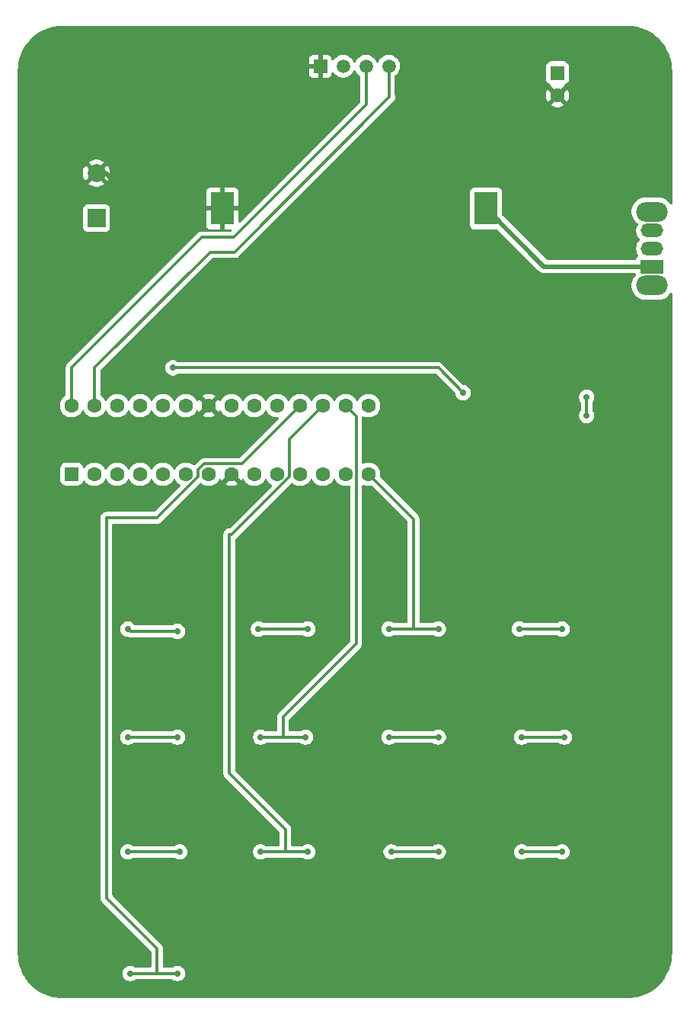
<source format=gbr>
%TF.GenerationSoftware,KiCad,Pcbnew,9.0.5*%
%TF.CreationDate,2026-02-03T12:12:50+01:00*%
%TF.ProjectId,Seminarski,53656d69-6e61-4727-936b-692e6b696361,rev?*%
%TF.SameCoordinates,Original*%
%TF.FileFunction,Copper,L2,Bot*%
%TF.FilePolarity,Positive*%
%FSLAX46Y46*%
G04 Gerber Fmt 4.6, Leading zero omitted, Abs format (unit mm)*
G04 Created by KiCad (PCBNEW 9.0.5) date 2026-02-03 12:12:50*
%MOMM*%
%LPD*%
G01*
G04 APERTURE LIST*
G04 Aperture macros list*
%AMRoundRect*
0 Rectangle with rounded corners*
0 $1 Rounding radius*
0 $2 $3 $4 $5 $6 $7 $8 $9 X,Y pos of 4 corners*
0 Add a 4 corners polygon primitive as box body*
4,1,4,$2,$3,$4,$5,$6,$7,$8,$9,$2,$3,0*
0 Add four circle primitives for the rounded corners*
1,1,$1+$1,$2,$3*
1,1,$1+$1,$4,$5*
1,1,$1+$1,$6,$7*
1,1,$1+$1,$8,$9*
0 Add four rect primitives between the rounded corners*
20,1,$1+$1,$2,$3,$4,$5,0*
20,1,$1+$1,$4,$5,$6,$7,0*
20,1,$1+$1,$6,$7,$8,$9,0*
20,1,$1+$1,$8,$9,$2,$3,0*%
G04 Aperture macros list end*
%TA.AperFunction,ComponentPad*%
%ADD10O,3.500000X2.200000*%
%TD*%
%TA.AperFunction,ComponentPad*%
%ADD11R,2.500000X1.500000*%
%TD*%
%TA.AperFunction,ComponentPad*%
%ADD12O,2.500000X1.500000*%
%TD*%
%TA.AperFunction,ComponentPad*%
%ADD13R,2.000000X2.000000*%
%TD*%
%TA.AperFunction,ComponentPad*%
%ADD14C,2.000000*%
%TD*%
%TA.AperFunction,ComponentPad*%
%ADD15RoundRect,0.250000X0.550000X-0.550000X0.550000X0.550000X-0.550000X0.550000X-0.550000X-0.550000X0*%
%TD*%
%TA.AperFunction,ComponentPad*%
%ADD16C,1.600000*%
%TD*%
%TA.AperFunction,ComponentPad*%
%ADD17R,1.508000X1.508000*%
%TD*%
%TA.AperFunction,ComponentPad*%
%ADD18C,1.508000*%
%TD*%
%TA.AperFunction,SMDPad,CuDef*%
%ADD19R,2.600000X3.600000*%
%TD*%
%TA.AperFunction,ComponentPad*%
%ADD20RoundRect,0.250000X-0.550000X0.550000X-0.550000X-0.550000X0.550000X-0.550000X0.550000X0.550000X0*%
%TD*%
%TA.AperFunction,ViaPad*%
%ADD21C,0.700000*%
%TD*%
%TA.AperFunction,Conductor*%
%ADD22C,0.500000*%
%TD*%
%TA.AperFunction,Conductor*%
%ADD23C,0.300000*%
%TD*%
G04 APERTURE END LIST*
D10*
%TO.P,SW22,*%
%TO.N,*%
X206250000Y-68100000D03*
X206250000Y-59900000D03*
D11*
%TO.P,SW22,1,B*%
%TO.N,Net-(BT1-+)*%
X206250000Y-66000000D03*
D12*
%TO.P,SW22,2,C*%
%TO.N,unconnected-(SW22-C-Pad2)*%
X206250000Y-64000000D03*
%TO.P,SW22,3,A*%
%TO.N,+3.3V*%
X206250000Y-62000000D03*
%TD*%
D13*
%TO.P,BZ1,1,+*%
%TO.N,Net-(BZ1-+)*%
X144500000Y-60620785D03*
D14*
%TO.P,BZ1,2,-*%
%TO.N,GND*%
X144500000Y-55620785D03*
%TD*%
D15*
%TO.P,U1,1,~{RESET}/PC6*%
%TO.N,RESET*%
X141740000Y-89055000D03*
D16*
%TO.P,U1,2,PD0*%
%TO.N,unconnected-(U1-PD0-Pad2)*%
X144280000Y-89055000D03*
%TO.P,U1,3,PD1*%
%TO.N,unconnected-(U1-PD1-Pad3)*%
X146820000Y-89055000D03*
%TO.P,U1,4,PD2*%
%TO.N,unconnected-(U1-PD2-Pad4)*%
X149360000Y-89055000D03*
%TO.P,U1,5,PD3*%
%TO.N,C1*%
X151900000Y-89055000D03*
%TO.P,U1,6,PD4*%
%TO.N,C2*%
X154440000Y-89055000D03*
%TO.P,U1,7,VCC*%
%TO.N,+3.3V*%
X156980000Y-89055000D03*
%TO.P,U1,8,GND*%
%TO.N,GND*%
X159520000Y-89055000D03*
%TO.P,U1,9,XTAL1/PB6*%
%TO.N,unconnected-(U1-XTAL1{slash}PB6-Pad9)*%
X162060000Y-89055000D03*
%TO.P,U1,10,XTAL2/PB7*%
%TO.N,unconnected-(U1-XTAL2{slash}PB7-Pad10)*%
X164600000Y-89055000D03*
%TO.P,U1,11,PD5*%
%TO.N,C5*%
X167140000Y-89055000D03*
%TO.P,U1,12,PD6*%
%TO.N,C4*%
X169680000Y-89055000D03*
%TO.P,U1,13,PD7*%
%TO.N,C3*%
X172220000Y-89055000D03*
%TO.P,U1,14,PB0*%
%TO.N,R1*%
X174760000Y-89055000D03*
%TO.P,U1,15,PB1*%
%TO.N,BUZZER*%
X174760000Y-81435000D03*
%TO.P,U1,16,PB2*%
%TO.N,R2*%
X172220000Y-81435000D03*
%TO.P,U1,17,PB3*%
%TO.N,R3*%
X169680000Y-81435000D03*
%TO.P,U1,18,PB4*%
%TO.N,R4*%
X167140000Y-81435000D03*
%TO.P,U1,19,PB5*%
%TO.N,unconnected-(U1-PB5-Pad19)*%
X164600000Y-81435000D03*
%TO.P,U1,20,AVCC*%
%TO.N,unconnected-(U1-AVCC-Pad20)*%
X162060000Y-81435000D03*
%TO.P,U1,21,AREF*%
%TO.N,unconnected-(U1-AREF-Pad21)*%
X159520000Y-81435000D03*
%TO.P,U1,22,GND*%
%TO.N,GND*%
X156980000Y-81435000D03*
%TO.P,U1,23,PC0*%
%TO.N,unconnected-(U1-PC0-Pad23)*%
X154440000Y-81435000D03*
%TO.P,U1,24,PC1*%
%TO.N,unconnected-(U1-PC1-Pad24)*%
X151900000Y-81435000D03*
%TO.P,U1,25,PC2*%
%TO.N,unconnected-(U1-PC2-Pad25)*%
X149360000Y-81435000D03*
%TO.P,U1,26,PC3*%
%TO.N,unconnected-(U1-PC3-Pad26)*%
X146820000Y-81435000D03*
%TO.P,U1,27,PC4*%
%TO.N,Net-(U1-PC4)*%
X144280000Y-81435000D03*
%TO.P,U1,28,PC5*%
%TO.N,Net-(U1-PC5)*%
X141740000Y-81435000D03*
%TD*%
D17*
%TO.P,U2,1,GND*%
%TO.N,GND*%
X169380000Y-43750000D03*
D18*
%TO.P,U2,2,VCC_IN*%
%TO.N,+3.3V*%
X171920000Y-43750000D03*
%TO.P,U2,3,SCL*%
%TO.N,Net-(U1-PC5)*%
X174460000Y-43750000D03*
%TO.P,U2,4,SDA*%
%TO.N,Net-(U1-PC4)*%
X177000000Y-43750000D03*
%TD*%
D19*
%TO.P,BT1,1,+*%
%TO.N,Net-(BT1-+)*%
X187800000Y-59550000D03*
%TO.P,BT1,2,-*%
%TO.N,GND*%
X158500000Y-59550000D03*
%TD*%
D20*
%TO.P,C1,1*%
%TO.N,+3.3V*%
X195750000Y-44500000D03*
D16*
%TO.P,C1,2*%
%TO.N,GND*%
X195750000Y-47000000D03*
%TD*%
D21*
%TO.N,GND*%
X203500000Y-80750000D03*
X203500000Y-82550000D03*
%TO.N,RESET*%
X153000000Y-77250000D03*
X185250000Y-80000000D03*
%TO.N,Net-(R2-Pad1)*%
X199000000Y-82550000D03*
X199000000Y-80500000D03*
%TO.N,R1*%
X182500000Y-106250000D03*
X148000000Y-106250000D03*
X153500000Y-106500000D03*
X162500000Y-106250000D03*
X196250000Y-106250000D03*
X191500000Y-106250000D03*
X168000000Y-106250000D03*
X177000000Y-106250000D03*
%TO.N,R2*%
X196500000Y-118250000D03*
X167750000Y-118250000D03*
X148000000Y-118250000D03*
X177000000Y-118250000D03*
X153500000Y-118250000D03*
X191750000Y-118250000D03*
X162750000Y-118250000D03*
X182500000Y-118250000D03*
%TO.N,R3*%
X182500000Y-131000000D03*
X148000000Y-131000000D03*
X191750000Y-131000000D03*
X196250000Y-131000000D03*
X177250000Y-131000000D03*
X153750000Y-131000000D03*
X162750000Y-131000000D03*
X168000000Y-131000000D03*
%TO.N,R4*%
X153500000Y-144500000D03*
X148250000Y-144500000D03*
%TD*%
D22*
%TO.N,Net-(BT1-+)*%
X194250000Y-66000000D02*
X206250000Y-66000000D01*
X187800000Y-59550000D02*
X194250000Y-66000000D01*
%TO.N,GND*%
X158500000Y-59550000D02*
X149429215Y-59550000D01*
X149429215Y-59550000D02*
X145500000Y-55620785D01*
X158500000Y-54690000D02*
X163970000Y-49220000D01*
X158500000Y-59550000D02*
X158500000Y-54690000D01*
X203500000Y-80750000D02*
X203500000Y-82550000D01*
D23*
%TO.N,RESET*%
X182500000Y-77250000D02*
X185250000Y-80000000D01*
X153000000Y-77250000D02*
X182500000Y-77250000D01*
%TO.N,Net-(R2-Pad1)*%
X199000000Y-80500000D02*
X199000000Y-82550000D01*
%TO.N,R1*%
X191500000Y-106250000D02*
X196250000Y-106250000D01*
X179750000Y-106250000D02*
X180000000Y-106250000D01*
X148000000Y-106250000D02*
X148250000Y-106500000D01*
X148250000Y-106500000D02*
X153500000Y-106500000D01*
X162500000Y-106250000D02*
X168000000Y-106250000D01*
X174760000Y-89055000D02*
X179750000Y-94045000D01*
X179750000Y-94045000D02*
X179750000Y-106250000D01*
X177000000Y-106250000D02*
X179750000Y-106250000D01*
X180000000Y-106250000D02*
X182500000Y-106250000D01*
%TO.N,R2*%
X172220000Y-81435000D02*
X173371000Y-82586000D01*
X173371000Y-107879000D02*
X165250000Y-116000000D01*
X165250000Y-116000000D02*
X165250000Y-118250000D01*
X162750000Y-118250000D02*
X165250000Y-118250000D01*
X165250000Y-118250000D02*
X167750000Y-118250000D01*
X173371000Y-82586000D02*
X173371000Y-107879000D01*
X191750000Y-118250000D02*
X196500000Y-118250000D01*
X148000000Y-118250000D02*
X153500000Y-118250000D01*
X177000000Y-118250000D02*
X182500000Y-118250000D01*
%TO.N,R3*%
X191750000Y-131000000D02*
X196250000Y-131000000D01*
X165500000Y-131000000D02*
X168000000Y-131000000D01*
X159250000Y-122250000D02*
X159250000Y-95735760D01*
X177250000Y-131000000D02*
X182500000Y-131000000D01*
X165989000Y-85126000D02*
X169680000Y-81435000D01*
X159547000Y-95735760D02*
X165989000Y-89293760D01*
X165500000Y-131000000D02*
X165500000Y-128500000D01*
X148000000Y-131000000D02*
X153750000Y-131000000D01*
X165989000Y-89293760D02*
X165989000Y-85126000D01*
X162750000Y-131000000D02*
X165500000Y-131000000D01*
X165500000Y-128500000D02*
X159250000Y-122250000D01*
X159250000Y-95735760D02*
X159547000Y-95735760D01*
%TO.N,R4*%
X145608880Y-93898880D02*
X151223880Y-93898880D01*
X145608880Y-136108880D02*
X145608880Y-93898880D01*
X151250000Y-144500000D02*
X153500000Y-144500000D01*
X160671000Y-87904000D02*
X167140000Y-81435000D01*
X148250000Y-144500000D02*
X151250000Y-144500000D01*
X156503240Y-87904000D02*
X160671000Y-87904000D01*
X151250000Y-141750000D02*
X145608880Y-136108880D01*
X151250000Y-144500000D02*
X151250000Y-141750000D01*
X151223880Y-93898880D02*
X155829000Y-89293760D01*
X155829000Y-89293760D02*
X155829000Y-88578240D01*
X155829000Y-88578240D02*
X156503240Y-87904000D01*
%TO.N,Net-(U1-PC4)*%
X157121000Y-64399000D02*
X159851000Y-64399000D01*
X177060000Y-47190000D02*
X177000000Y-47130000D01*
X144280000Y-77240000D02*
X157121000Y-64399000D01*
X159851000Y-64399000D02*
X177060000Y-47190000D01*
X144280000Y-81435000D02*
X144280000Y-77240000D01*
X177000000Y-47130000D02*
X177000000Y-43750000D01*
%TO.N,Net-(U1-PC5)*%
X174520000Y-47980000D02*
X174460000Y-47920000D01*
X141740000Y-81435000D02*
X141740000Y-77240000D01*
X174460000Y-47920000D02*
X174460000Y-43750000D01*
X156230000Y-62750000D02*
X159750000Y-62750000D01*
X141740000Y-77240000D02*
X156230000Y-62750000D01*
X159750000Y-62750000D02*
X174520000Y-47980000D01*
%TD*%
%TA.AperFunction,Conductor*%
%TO.N,GND*%
G36*
X203502562Y-39250605D02*
G01*
X203870277Y-39265814D01*
X203875906Y-39266177D01*
X203959956Y-39273530D01*
X203964429Y-39274004D01*
X204287028Y-39314216D01*
X204293169Y-39315140D01*
X204371766Y-39328999D01*
X204375594Y-39329737D01*
X204699008Y-39397549D01*
X204705622Y-39399128D01*
X204774576Y-39417604D01*
X204777787Y-39418512D01*
X205103169Y-39515383D01*
X205110157Y-39517692D01*
X205164056Y-39537310D01*
X205166678Y-39538299D01*
X205496425Y-39666967D01*
X205503729Y-39670089D01*
X205534837Y-39684595D01*
X205536641Y-39685458D01*
X205874902Y-39850823D01*
X205883883Y-39855683D01*
X206230070Y-40061966D01*
X206238638Y-40067564D01*
X206566593Y-40301719D01*
X206574668Y-40308005D01*
X206882155Y-40568433D01*
X206889695Y-40575374D01*
X207174625Y-40860304D01*
X207181566Y-40867844D01*
X207441989Y-41175325D01*
X207448284Y-41183412D01*
X207682431Y-41511355D01*
X207688037Y-41519935D01*
X207894309Y-41866105D01*
X207899186Y-41875119D01*
X208064467Y-42213206D01*
X208065450Y-42215262D01*
X208079902Y-42246255D01*
X208083036Y-42253584D01*
X208211691Y-42583300D01*
X208212696Y-42585964D01*
X208232299Y-42639822D01*
X208234622Y-42646851D01*
X208331475Y-42972173D01*
X208332405Y-42975462D01*
X208350867Y-43044364D01*
X208352453Y-43051010D01*
X208420250Y-43374350D01*
X208421005Y-43378265D01*
X208434854Y-43456807D01*
X208435786Y-43463001D01*
X208475990Y-43785538D01*
X208476470Y-43790069D01*
X208483819Y-43874067D01*
X208484185Y-43879749D01*
X208499394Y-44247437D01*
X208499500Y-44252562D01*
X208499500Y-58997837D01*
X208479815Y-59064876D01*
X208427011Y-59110631D01*
X208357853Y-59120575D01*
X208294297Y-59091550D01*
X208271815Y-59065036D01*
X208271734Y-59065096D01*
X208270947Y-59064014D01*
X208269776Y-59062632D01*
X208268871Y-59061155D01*
X208120798Y-58857350D01*
X208120794Y-58857345D01*
X207942654Y-58679205D01*
X207942649Y-58679201D01*
X207738848Y-58531132D01*
X207738847Y-58531131D01*
X207738845Y-58531130D01*
X207668747Y-58495413D01*
X207514383Y-58416760D01*
X207274785Y-58338910D01*
X207025962Y-58299500D01*
X205474038Y-58299500D01*
X205349626Y-58319205D01*
X205225214Y-58338910D01*
X204985616Y-58416760D01*
X204761151Y-58531132D01*
X204557350Y-58679201D01*
X204557345Y-58679205D01*
X204379205Y-58857345D01*
X204379201Y-58857350D01*
X204231132Y-59061151D01*
X204116760Y-59285616D01*
X204038910Y-59525214D01*
X203999500Y-59774038D01*
X203999500Y-60025961D01*
X204038910Y-60274785D01*
X204116760Y-60514383D01*
X204195413Y-60668747D01*
X204230155Y-60736932D01*
X204231132Y-60738848D01*
X204379201Y-60942649D01*
X204379205Y-60942654D01*
X204557349Y-61120798D01*
X204644752Y-61184299D01*
X204687418Y-61239628D01*
X204693397Y-61309242D01*
X204682352Y-61340911D01*
X204591118Y-61519967D01*
X204530290Y-61707173D01*
X204499500Y-61901577D01*
X204499500Y-62098422D01*
X204530290Y-62292826D01*
X204591117Y-62480029D01*
X204680476Y-62655405D01*
X204796172Y-62814646D01*
X204796174Y-62814648D01*
X204893845Y-62912319D01*
X204927330Y-62973642D01*
X204922346Y-63043334D01*
X204893845Y-63087681D01*
X204796174Y-63185351D01*
X204796174Y-63185352D01*
X204796172Y-63185354D01*
X204746485Y-63253741D01*
X204680476Y-63344594D01*
X204591117Y-63519970D01*
X204530290Y-63707173D01*
X204499500Y-63901577D01*
X204499500Y-64098422D01*
X204530290Y-64292826D01*
X204591117Y-64480029D01*
X204680472Y-64655397D01*
X204680476Y-64655405D01*
X204706781Y-64691611D01*
X204706783Y-64691613D01*
X204730263Y-64757419D01*
X204714438Y-64825473D01*
X204680777Y-64863765D01*
X204642452Y-64892455D01*
X204556206Y-65007664D01*
X204556202Y-65007671D01*
X204505908Y-65142517D01*
X204504126Y-65150062D01*
X204501853Y-65149525D01*
X204479571Y-65203312D01*
X204422177Y-65243157D01*
X204383024Y-65249500D01*
X194612229Y-65249500D01*
X194545190Y-65229815D01*
X194524548Y-65213181D01*
X189636818Y-60325450D01*
X189603333Y-60264127D01*
X189600499Y-60237769D01*
X189600499Y-57702129D01*
X189600498Y-57702123D01*
X189600497Y-57702116D01*
X189594091Y-57642517D01*
X189543884Y-57507906D01*
X189543797Y-57507671D01*
X189543793Y-57507664D01*
X189457547Y-57392455D01*
X189457544Y-57392452D01*
X189342335Y-57306206D01*
X189342328Y-57306202D01*
X189207482Y-57255908D01*
X189207483Y-57255908D01*
X189147883Y-57249501D01*
X189147881Y-57249500D01*
X189147873Y-57249500D01*
X189147864Y-57249500D01*
X186452129Y-57249500D01*
X186452123Y-57249501D01*
X186392516Y-57255908D01*
X186257671Y-57306202D01*
X186257664Y-57306206D01*
X186142455Y-57392452D01*
X186142452Y-57392455D01*
X186056206Y-57507664D01*
X186056202Y-57507671D01*
X186005908Y-57642517D01*
X185999501Y-57702116D01*
X185999501Y-57702123D01*
X185999500Y-57702135D01*
X185999500Y-61397870D01*
X185999501Y-61397876D01*
X186005908Y-61457483D01*
X186056202Y-61592328D01*
X186056206Y-61592335D01*
X186142452Y-61707544D01*
X186142455Y-61707547D01*
X186257664Y-61793793D01*
X186257671Y-61793797D01*
X186392517Y-61844091D01*
X186392516Y-61844091D01*
X186399444Y-61844835D01*
X186452127Y-61850500D01*
X188987769Y-61850499D01*
X189054808Y-61870184D01*
X189075450Y-61886818D01*
X193667048Y-66478415D01*
X193667049Y-66478416D01*
X193771584Y-66582951D01*
X193771585Y-66582952D01*
X193894498Y-66665080D01*
X193894511Y-66665087D01*
X194031082Y-66721656D01*
X194031087Y-66721658D01*
X194031091Y-66721658D01*
X194031092Y-66721659D01*
X194176079Y-66750500D01*
X194176082Y-66750500D01*
X204383023Y-66750500D01*
X204385219Y-66751144D01*
X204387436Y-66750579D01*
X204418580Y-66760940D01*
X204450062Y-66770185D01*
X204451559Y-66771913D01*
X204453732Y-66772636D01*
X204474338Y-66798201D01*
X204495817Y-66822989D01*
X204496590Y-66825809D01*
X204497579Y-66827035D01*
X204506311Y-66861232D01*
X204506667Y-66864540D01*
X204494269Y-66933301D01*
X204471061Y-66965488D01*
X204379205Y-67057345D01*
X204379201Y-67057350D01*
X204231132Y-67261151D01*
X204116760Y-67485616D01*
X204038910Y-67725214D01*
X203999500Y-67974038D01*
X203999500Y-68225961D01*
X204038910Y-68474785D01*
X204116760Y-68714383D01*
X204195413Y-68868747D01*
X204230155Y-68936932D01*
X204231132Y-68938848D01*
X204379201Y-69142649D01*
X204379205Y-69142654D01*
X204557345Y-69320794D01*
X204557350Y-69320798D01*
X204735117Y-69449952D01*
X204761155Y-69468870D01*
X204904184Y-69541747D01*
X204985616Y-69583239D01*
X204985618Y-69583239D01*
X204985621Y-69583241D01*
X205225215Y-69661090D01*
X205474038Y-69700500D01*
X205474039Y-69700500D01*
X207025961Y-69700500D01*
X207025962Y-69700500D01*
X207274785Y-69661090D01*
X207514379Y-69583241D01*
X207738845Y-69468870D01*
X207942656Y-69320793D01*
X208120793Y-69142656D01*
X208268870Y-68938845D01*
X208268872Y-68938839D01*
X208269771Y-68937375D01*
X208270260Y-68936932D01*
X208271734Y-68934904D01*
X208272159Y-68935213D01*
X208321581Y-68890498D01*
X208390510Y-68879074D01*
X208454674Y-68906729D01*
X208493700Y-68964683D01*
X208499500Y-69002162D01*
X208499500Y-142247437D01*
X208499394Y-142252562D01*
X208484185Y-142620249D01*
X208483819Y-142625930D01*
X208483819Y-142625931D01*
X208476470Y-142709929D01*
X208475990Y-142714460D01*
X208435786Y-143036997D01*
X208434854Y-143043191D01*
X208421005Y-143121733D01*
X208420250Y-143125648D01*
X208352453Y-143448988D01*
X208350867Y-143455634D01*
X208332405Y-143524536D01*
X208331475Y-143527825D01*
X208234622Y-143853147D01*
X208232299Y-143860176D01*
X208212696Y-143914034D01*
X208211691Y-143916698D01*
X208083036Y-144246414D01*
X208079903Y-144253741D01*
X208079902Y-144253743D01*
X208065471Y-144284691D01*
X208064489Y-144286747D01*
X207899182Y-144624889D01*
X207894304Y-144633903D01*
X207688037Y-144980064D01*
X207682431Y-144988644D01*
X207448284Y-145316587D01*
X207441989Y-145324674D01*
X207181566Y-145632155D01*
X207174625Y-145639695D01*
X206889695Y-145924625D01*
X206882155Y-145931566D01*
X206574674Y-146191989D01*
X206566587Y-146198284D01*
X206238644Y-146432431D01*
X206230064Y-146438037D01*
X205883903Y-146644304D01*
X205874889Y-146649182D01*
X205536747Y-146814489D01*
X205534691Y-146815471D01*
X205503743Y-146829902D01*
X205496414Y-146833036D01*
X205166698Y-146961691D01*
X205164034Y-146962696D01*
X205110176Y-146982299D01*
X205103147Y-146984622D01*
X204777825Y-147081475D01*
X204774536Y-147082405D01*
X204705634Y-147100867D01*
X204698988Y-147102453D01*
X204375648Y-147170250D01*
X204371733Y-147171005D01*
X204293191Y-147184854D01*
X204286997Y-147185786D01*
X203964460Y-147225990D01*
X203959929Y-147226470D01*
X203875931Y-147233819D01*
X203870249Y-147234185D01*
X203502563Y-147249394D01*
X203497438Y-147249500D01*
X140752562Y-147249500D01*
X140747437Y-147249394D01*
X140379749Y-147234185D01*
X140374067Y-147233819D01*
X140290069Y-147226470D01*
X140285538Y-147225990D01*
X139963001Y-147185786D01*
X139956807Y-147184854D01*
X139878265Y-147171005D01*
X139874350Y-147170250D01*
X139551010Y-147102453D01*
X139544364Y-147100867D01*
X139475462Y-147082405D01*
X139472173Y-147081475D01*
X139146851Y-146984622D01*
X139139822Y-146982299D01*
X139085964Y-146962696D01*
X139083300Y-146961691D01*
X138753584Y-146833036D01*
X138746255Y-146829902D01*
X138715262Y-146815450D01*
X138713206Y-146814467D01*
X138375119Y-146649186D01*
X138366105Y-146644309D01*
X138019935Y-146438037D01*
X138011355Y-146432431D01*
X137683412Y-146198284D01*
X137675325Y-146191989D01*
X137367844Y-145931566D01*
X137360304Y-145924625D01*
X137075374Y-145639695D01*
X137068433Y-145632155D01*
X136943445Y-145484582D01*
X136808005Y-145324668D01*
X136801715Y-145316587D01*
X136756817Y-145253704D01*
X136567564Y-144988638D01*
X136561962Y-144980064D01*
X136355683Y-144633883D01*
X136350817Y-144624889D01*
X136185458Y-144286641D01*
X136184595Y-144284837D01*
X136170089Y-144253729D01*
X136166962Y-144246414D01*
X136108714Y-144097137D01*
X136038299Y-143916679D01*
X136037302Y-143914034D01*
X136017692Y-143860157D01*
X136015383Y-143853169D01*
X135918512Y-143527787D01*
X135917604Y-143524576D01*
X135899128Y-143455622D01*
X135897549Y-143449008D01*
X135829737Y-143125594D01*
X135828999Y-143121766D01*
X135815140Y-143043169D01*
X135814216Y-143037028D01*
X135774004Y-142714429D01*
X135773530Y-142709956D01*
X135766177Y-142625906D01*
X135765814Y-142620277D01*
X135750606Y-142252562D01*
X135750500Y-142247438D01*
X135750500Y-81332648D01*
X140439500Y-81332648D01*
X140439500Y-81537351D01*
X140471522Y-81739534D01*
X140534781Y-81934223D01*
X140580505Y-82023959D01*
X140627585Y-82116359D01*
X140627715Y-82116613D01*
X140748028Y-82282213D01*
X140892786Y-82426971D01*
X141013226Y-82514474D01*
X141058390Y-82547287D01*
X141157747Y-82597912D01*
X141240776Y-82640218D01*
X141240778Y-82640218D01*
X141240781Y-82640220D01*
X141345137Y-82674127D01*
X141435465Y-82703477D01*
X141536557Y-82719488D01*
X141637648Y-82735500D01*
X141637649Y-82735500D01*
X141842351Y-82735500D01*
X141842352Y-82735500D01*
X142044534Y-82703477D01*
X142239219Y-82640220D01*
X142421610Y-82547287D01*
X142533179Y-82466228D01*
X142587213Y-82426971D01*
X142587215Y-82426968D01*
X142587219Y-82426966D01*
X142731966Y-82282219D01*
X142731968Y-82282215D01*
X142731971Y-82282213D01*
X142852284Y-82116614D01*
X142852286Y-82116611D01*
X142852287Y-82116610D01*
X142899516Y-82023917D01*
X142947489Y-81973123D01*
X143015310Y-81956328D01*
X143081445Y-81978865D01*
X143120485Y-82023919D01*
X143167715Y-82116614D01*
X143288028Y-82282213D01*
X143432786Y-82426971D01*
X143553226Y-82514474D01*
X143598390Y-82547287D01*
X143697747Y-82597912D01*
X143780776Y-82640218D01*
X143780778Y-82640218D01*
X143780781Y-82640220D01*
X143885137Y-82674127D01*
X143975465Y-82703477D01*
X144076557Y-82719488D01*
X144177648Y-82735500D01*
X144177649Y-82735500D01*
X144382351Y-82735500D01*
X144382352Y-82735500D01*
X144584534Y-82703477D01*
X144779219Y-82640220D01*
X144961610Y-82547287D01*
X145073179Y-82466228D01*
X145127213Y-82426971D01*
X145127215Y-82426968D01*
X145127219Y-82426966D01*
X145271966Y-82282219D01*
X145271968Y-82282215D01*
X145271971Y-82282213D01*
X145392284Y-82116614D01*
X145392286Y-82116611D01*
X145392287Y-82116610D01*
X145439516Y-82023917D01*
X145487489Y-81973123D01*
X145555310Y-81956328D01*
X145621445Y-81978865D01*
X145660485Y-82023919D01*
X145707715Y-82116614D01*
X145828028Y-82282213D01*
X145972786Y-82426971D01*
X146093226Y-82514474D01*
X146138390Y-82547287D01*
X146237747Y-82597912D01*
X146320776Y-82640218D01*
X146320778Y-82640218D01*
X146320781Y-82640220D01*
X146425137Y-82674127D01*
X146515465Y-82703477D01*
X146616557Y-82719488D01*
X146717648Y-82735500D01*
X146717649Y-82735500D01*
X146922351Y-82735500D01*
X146922352Y-82735500D01*
X147124534Y-82703477D01*
X147319219Y-82640220D01*
X147501610Y-82547287D01*
X147613179Y-82466228D01*
X147667213Y-82426971D01*
X147667215Y-82426968D01*
X147667219Y-82426966D01*
X147811966Y-82282219D01*
X147811968Y-82282215D01*
X147811971Y-82282213D01*
X147932284Y-82116614D01*
X147932286Y-82116611D01*
X147932287Y-82116610D01*
X147979516Y-82023917D01*
X148027489Y-81973123D01*
X148095310Y-81956328D01*
X148161445Y-81978865D01*
X148200485Y-82023919D01*
X148247715Y-82116614D01*
X148368028Y-82282213D01*
X148512786Y-82426971D01*
X148633226Y-82514474D01*
X148678390Y-82547287D01*
X148777747Y-82597912D01*
X148860776Y-82640218D01*
X148860778Y-82640218D01*
X148860781Y-82640220D01*
X148965137Y-82674127D01*
X149055465Y-82703477D01*
X149156557Y-82719488D01*
X149257648Y-82735500D01*
X149257649Y-82735500D01*
X149462351Y-82735500D01*
X149462352Y-82735500D01*
X149664534Y-82703477D01*
X149859219Y-82640220D01*
X150041610Y-82547287D01*
X150153179Y-82466228D01*
X150207213Y-82426971D01*
X150207215Y-82426968D01*
X150207219Y-82426966D01*
X150351966Y-82282219D01*
X150351968Y-82282215D01*
X150351971Y-82282213D01*
X150472284Y-82116614D01*
X150472286Y-82116611D01*
X150472287Y-82116610D01*
X150519516Y-82023917D01*
X150567489Y-81973123D01*
X150635310Y-81956328D01*
X150701445Y-81978865D01*
X150740485Y-82023919D01*
X150787715Y-82116614D01*
X150908028Y-82282213D01*
X151052786Y-82426971D01*
X151173226Y-82514474D01*
X151218390Y-82547287D01*
X151317747Y-82597912D01*
X151400776Y-82640218D01*
X151400778Y-82640218D01*
X151400781Y-82640220D01*
X151505137Y-82674127D01*
X151595465Y-82703477D01*
X151696557Y-82719488D01*
X151797648Y-82735500D01*
X151797649Y-82735500D01*
X152002351Y-82735500D01*
X152002352Y-82735500D01*
X152204534Y-82703477D01*
X152399219Y-82640220D01*
X152581610Y-82547287D01*
X152693179Y-82466228D01*
X152747213Y-82426971D01*
X152747215Y-82426968D01*
X152747219Y-82426966D01*
X152891966Y-82282219D01*
X152891968Y-82282215D01*
X152891971Y-82282213D01*
X153012284Y-82116614D01*
X153012286Y-82116611D01*
X153012287Y-82116610D01*
X153059516Y-82023917D01*
X153107489Y-81973123D01*
X153175310Y-81956328D01*
X153241445Y-81978865D01*
X153280485Y-82023919D01*
X153327715Y-82116614D01*
X153448028Y-82282213D01*
X153592786Y-82426971D01*
X153713226Y-82514474D01*
X153758390Y-82547287D01*
X153857747Y-82597912D01*
X153940776Y-82640218D01*
X153940778Y-82640218D01*
X153940781Y-82640220D01*
X154045137Y-82674127D01*
X154135465Y-82703477D01*
X154236557Y-82719488D01*
X154337648Y-82735500D01*
X154337649Y-82735500D01*
X154542351Y-82735500D01*
X154542352Y-82735500D01*
X154744534Y-82703477D01*
X154939219Y-82640220D01*
X155121610Y-82547287D01*
X155233179Y-82466228D01*
X155287213Y-82426971D01*
X155287215Y-82426968D01*
X155287219Y-82426966D01*
X155431966Y-82282219D01*
X155431968Y-82282215D01*
X155431971Y-82282213D01*
X155520093Y-82160921D01*
X155552287Y-82116610D01*
X155599795Y-82023369D01*
X155647769Y-81972573D01*
X155715590Y-81955778D01*
X155781725Y-81978315D01*
X155820765Y-82023369D01*
X155868141Y-82116350D01*
X155868147Y-82116359D01*
X155900523Y-82160921D01*
X155900524Y-82160922D01*
X156580000Y-81481446D01*
X156580000Y-81487661D01*
X156607259Y-81589394D01*
X156659920Y-81680606D01*
X156734394Y-81755080D01*
X156825606Y-81807741D01*
X156927339Y-81835000D01*
X156933553Y-81835000D01*
X156254076Y-82514474D01*
X156298650Y-82546859D01*
X156480968Y-82639755D01*
X156675582Y-82702990D01*
X156877683Y-82735000D01*
X157082317Y-82735000D01*
X157284417Y-82702990D01*
X157479031Y-82639755D01*
X157661349Y-82546859D01*
X157705921Y-82514474D01*
X157026447Y-81835000D01*
X157032661Y-81835000D01*
X157134394Y-81807741D01*
X157225606Y-81755080D01*
X157300080Y-81680606D01*
X157352741Y-81589394D01*
X157380000Y-81487661D01*
X157380000Y-81481448D01*
X158059474Y-82160922D01*
X158059474Y-82160921D01*
X158091861Y-82116347D01*
X158091861Y-82116346D01*
X158139234Y-82023371D01*
X158187208Y-81972575D01*
X158255028Y-81955779D01*
X158321164Y-81978316D01*
X158360203Y-82023369D01*
X158407713Y-82116611D01*
X158528028Y-82282213D01*
X158672786Y-82426971D01*
X158793226Y-82514474D01*
X158838390Y-82547287D01*
X158937747Y-82597912D01*
X159020776Y-82640218D01*
X159020778Y-82640218D01*
X159020781Y-82640220D01*
X159125137Y-82674127D01*
X159215465Y-82703477D01*
X159316557Y-82719488D01*
X159417648Y-82735500D01*
X159417649Y-82735500D01*
X159622351Y-82735500D01*
X159622352Y-82735500D01*
X159824534Y-82703477D01*
X160019219Y-82640220D01*
X160201610Y-82547287D01*
X160313179Y-82466228D01*
X160367213Y-82426971D01*
X160367215Y-82426968D01*
X160367219Y-82426966D01*
X160511966Y-82282219D01*
X160511968Y-82282215D01*
X160511971Y-82282213D01*
X160632284Y-82116614D01*
X160632286Y-82116611D01*
X160632287Y-82116610D01*
X160679516Y-82023917D01*
X160727489Y-81973123D01*
X160795310Y-81956328D01*
X160861445Y-81978865D01*
X160900485Y-82023919D01*
X160947715Y-82116614D01*
X161068028Y-82282213D01*
X161212786Y-82426971D01*
X161333226Y-82514474D01*
X161378390Y-82547287D01*
X161477747Y-82597912D01*
X161560776Y-82640218D01*
X161560778Y-82640218D01*
X161560781Y-82640220D01*
X161665137Y-82674127D01*
X161755465Y-82703477D01*
X161856557Y-82719488D01*
X161957648Y-82735500D01*
X161957649Y-82735500D01*
X162162351Y-82735500D01*
X162162352Y-82735500D01*
X162364534Y-82703477D01*
X162559219Y-82640220D01*
X162741610Y-82547287D01*
X162853179Y-82466228D01*
X162907213Y-82426971D01*
X162907215Y-82426968D01*
X162907219Y-82426966D01*
X163051966Y-82282219D01*
X163051968Y-82282215D01*
X163051971Y-82282213D01*
X163172284Y-82116614D01*
X163172286Y-82116611D01*
X163172287Y-82116610D01*
X163219516Y-82023917D01*
X163267489Y-81973123D01*
X163335310Y-81956328D01*
X163401445Y-81978865D01*
X163440485Y-82023919D01*
X163487715Y-82116614D01*
X163608028Y-82282213D01*
X163752786Y-82426971D01*
X163873226Y-82514474D01*
X163918390Y-82547287D01*
X164017747Y-82597912D01*
X164100776Y-82640218D01*
X164100778Y-82640218D01*
X164100781Y-82640220D01*
X164205137Y-82674127D01*
X164295465Y-82703477D01*
X164396557Y-82719488D01*
X164497648Y-82735500D01*
X164497649Y-82735500D01*
X164620191Y-82735500D01*
X164687230Y-82755185D01*
X164732985Y-82807989D01*
X164742929Y-82877147D01*
X164713904Y-82940703D01*
X164707872Y-82947181D01*
X160437873Y-87217181D01*
X160376550Y-87250666D01*
X160350192Y-87253500D01*
X156439169Y-87253500D01*
X156313501Y-87278497D01*
X156313495Y-87278499D01*
X156195110Y-87327535D01*
X156088571Y-87398722D01*
X156088564Y-87398728D01*
X155441478Y-88045814D01*
X155380155Y-88079299D01*
X155310463Y-88074315D01*
X155280912Y-88058451D01*
X155121613Y-87942715D01*
X155121612Y-87942714D01*
X155121610Y-87942713D01*
X155061898Y-87912288D01*
X154939223Y-87849781D01*
X154744534Y-87786522D01*
X154569995Y-87758878D01*
X154542352Y-87754500D01*
X154337648Y-87754500D01*
X154313329Y-87758351D01*
X154135465Y-87786522D01*
X153940776Y-87849781D01*
X153758386Y-87942715D01*
X153592786Y-88063028D01*
X153448028Y-88207786D01*
X153327715Y-88373386D01*
X153280485Y-88466080D01*
X153232510Y-88516876D01*
X153164689Y-88533671D01*
X153098554Y-88511134D01*
X153059515Y-88466080D01*
X153053861Y-88454983D01*
X153012287Y-88373390D01*
X152960021Y-88301451D01*
X152891971Y-88207786D01*
X152747213Y-88063028D01*
X152581613Y-87942715D01*
X152581612Y-87942714D01*
X152581610Y-87942713D01*
X152521898Y-87912288D01*
X152399223Y-87849781D01*
X152204534Y-87786522D01*
X152029995Y-87758878D01*
X152002352Y-87754500D01*
X151797648Y-87754500D01*
X151773329Y-87758351D01*
X151595465Y-87786522D01*
X151400776Y-87849781D01*
X151218386Y-87942715D01*
X151052786Y-88063028D01*
X150908028Y-88207786D01*
X150787715Y-88373386D01*
X150740485Y-88466080D01*
X150692510Y-88516876D01*
X150624689Y-88533671D01*
X150558554Y-88511134D01*
X150519515Y-88466080D01*
X150513861Y-88454983D01*
X150472287Y-88373390D01*
X150420021Y-88301451D01*
X150351971Y-88207786D01*
X150207213Y-88063028D01*
X150041613Y-87942715D01*
X150041612Y-87942714D01*
X150041610Y-87942713D01*
X149981898Y-87912288D01*
X149859223Y-87849781D01*
X149664534Y-87786522D01*
X149489995Y-87758878D01*
X149462352Y-87754500D01*
X149257648Y-87754500D01*
X149233329Y-87758351D01*
X149055465Y-87786522D01*
X148860776Y-87849781D01*
X148678386Y-87942715D01*
X148512786Y-88063028D01*
X148368028Y-88207786D01*
X148247715Y-88373386D01*
X148200485Y-88466080D01*
X148152510Y-88516876D01*
X148084689Y-88533671D01*
X148018554Y-88511134D01*
X147979515Y-88466080D01*
X147973861Y-88454983D01*
X147932287Y-88373390D01*
X147880021Y-88301451D01*
X147811971Y-88207786D01*
X147667213Y-88063028D01*
X147501613Y-87942715D01*
X147501612Y-87942714D01*
X147501610Y-87942713D01*
X147441898Y-87912288D01*
X147319223Y-87849781D01*
X147124534Y-87786522D01*
X146949995Y-87758878D01*
X146922352Y-87754500D01*
X146717648Y-87754500D01*
X146693329Y-87758351D01*
X146515465Y-87786522D01*
X146320776Y-87849781D01*
X146138386Y-87942715D01*
X145972786Y-88063028D01*
X145828028Y-88207786D01*
X145707715Y-88373386D01*
X145660485Y-88466080D01*
X145612510Y-88516876D01*
X145544689Y-88533671D01*
X145478554Y-88511134D01*
X145439515Y-88466080D01*
X145433861Y-88454983D01*
X145392287Y-88373390D01*
X145340021Y-88301451D01*
X145271971Y-88207786D01*
X145127213Y-88063028D01*
X144961613Y-87942715D01*
X144961612Y-87942714D01*
X144961610Y-87942713D01*
X144901898Y-87912288D01*
X144779223Y-87849781D01*
X144584534Y-87786522D01*
X144409995Y-87758878D01*
X144382352Y-87754500D01*
X144177648Y-87754500D01*
X144153329Y-87758351D01*
X143975465Y-87786522D01*
X143780776Y-87849781D01*
X143598386Y-87942715D01*
X143432786Y-88063028D01*
X143288032Y-88207782D01*
X143288028Y-88207787D01*
X143219978Y-88301451D01*
X143164648Y-88344117D01*
X143095035Y-88350096D01*
X143033240Y-88317490D01*
X143001954Y-88267570D01*
X142982144Y-88207787D01*
X142974814Y-88185666D01*
X142882712Y-88036344D01*
X142758656Y-87912288D01*
X142609334Y-87820186D01*
X142442797Y-87765001D01*
X142442795Y-87765000D01*
X142340010Y-87754500D01*
X141139998Y-87754500D01*
X141139981Y-87754501D01*
X141037203Y-87765000D01*
X141037200Y-87765001D01*
X140870668Y-87820185D01*
X140870663Y-87820187D01*
X140721342Y-87912289D01*
X140597289Y-88036342D01*
X140505187Y-88185663D01*
X140505186Y-88185666D01*
X140450001Y-88352203D01*
X140450001Y-88352204D01*
X140450000Y-88352204D01*
X140439500Y-88454983D01*
X140439500Y-89655001D01*
X140439501Y-89655018D01*
X140450000Y-89757796D01*
X140450001Y-89757799D01*
X140466818Y-89808548D01*
X140505186Y-89924334D01*
X140597288Y-90073656D01*
X140721344Y-90197712D01*
X140870666Y-90289814D01*
X141037203Y-90344999D01*
X141139991Y-90355500D01*
X142340008Y-90355499D01*
X142442797Y-90344999D01*
X142609334Y-90289814D01*
X142758656Y-90197712D01*
X142882712Y-90073656D01*
X142974814Y-89924334D01*
X143001955Y-89842427D01*
X143041726Y-89784984D01*
X143106242Y-89758161D01*
X143175018Y-89770476D01*
X143219977Y-89808547D01*
X143288030Y-89902213D01*
X143288034Y-89902219D01*
X143432786Y-90046971D01*
X143553226Y-90134474D01*
X143598390Y-90167287D01*
X143697747Y-90217912D01*
X143780776Y-90260218D01*
X143780778Y-90260218D01*
X143780781Y-90260220D01*
X143871856Y-90289812D01*
X143975465Y-90323477D01*
X144076557Y-90339488D01*
X144177648Y-90355500D01*
X144177649Y-90355500D01*
X144382351Y-90355500D01*
X144382352Y-90355500D01*
X144584534Y-90323477D01*
X144779219Y-90260220D01*
X144961610Y-90167287D01*
X145090482Y-90073657D01*
X145127213Y-90046971D01*
X145127215Y-90046968D01*
X145127219Y-90046966D01*
X145271966Y-89902219D01*
X145271968Y-89902215D01*
X145271971Y-89902213D01*
X145392284Y-89736614D01*
X145392286Y-89736611D01*
X145392287Y-89736610D01*
X145439516Y-89643917D01*
X145487489Y-89593123D01*
X145555310Y-89576328D01*
X145621445Y-89598865D01*
X145660483Y-89643917D01*
X145666140Y-89655018D01*
X145707715Y-89736614D01*
X145828028Y-89902213D01*
X145972786Y-90046971D01*
X146093226Y-90134474D01*
X146138390Y-90167287D01*
X146237747Y-90217912D01*
X146320776Y-90260218D01*
X146320778Y-90260218D01*
X146320781Y-90260220D01*
X146411856Y-90289812D01*
X146515465Y-90323477D01*
X146616557Y-90339488D01*
X146717648Y-90355500D01*
X146717649Y-90355500D01*
X146922351Y-90355500D01*
X146922352Y-90355500D01*
X147124534Y-90323477D01*
X147319219Y-90260220D01*
X147501610Y-90167287D01*
X147630482Y-90073657D01*
X147667213Y-90046971D01*
X147667215Y-90046968D01*
X147667219Y-90046966D01*
X147811966Y-89902219D01*
X147811968Y-89902215D01*
X147811971Y-89902213D01*
X147932284Y-89736614D01*
X147932286Y-89736611D01*
X147932287Y-89736610D01*
X147979516Y-89643917D01*
X148027489Y-89593123D01*
X148095310Y-89576328D01*
X148161445Y-89598865D01*
X148200483Y-89643917D01*
X148206140Y-89655018D01*
X148247715Y-89736614D01*
X148368028Y-89902213D01*
X148512786Y-90046971D01*
X148633226Y-90134474D01*
X148678390Y-90167287D01*
X148777747Y-90217912D01*
X148860776Y-90260218D01*
X148860778Y-90260218D01*
X148860781Y-90260220D01*
X148951856Y-90289812D01*
X149055465Y-90323477D01*
X149156557Y-90339488D01*
X149257648Y-90355500D01*
X149257649Y-90355500D01*
X149462351Y-90355500D01*
X149462352Y-90355500D01*
X149664534Y-90323477D01*
X149859219Y-90260220D01*
X150041610Y-90167287D01*
X150170482Y-90073657D01*
X150207213Y-90046971D01*
X150207215Y-90046968D01*
X150207219Y-90046966D01*
X150351966Y-89902219D01*
X150351968Y-89902215D01*
X150351971Y-89902213D01*
X150472284Y-89736614D01*
X150472286Y-89736611D01*
X150472287Y-89736610D01*
X150519516Y-89643917D01*
X150567489Y-89593123D01*
X150635310Y-89576328D01*
X150701445Y-89598865D01*
X150740483Y-89643917D01*
X150746140Y-89655018D01*
X150787715Y-89736614D01*
X150908028Y-89902213D01*
X151052786Y-90046971D01*
X151173226Y-90134474D01*
X151218390Y-90167287D01*
X151317747Y-90217912D01*
X151400776Y-90260218D01*
X151400778Y-90260218D01*
X151400781Y-90260220D01*
X151491856Y-90289812D01*
X151595465Y-90323477D01*
X151696557Y-90339488D01*
X151797648Y-90355500D01*
X151797649Y-90355500D01*
X152002351Y-90355500D01*
X152002352Y-90355500D01*
X152204534Y-90323477D01*
X152399219Y-90260220D01*
X152581610Y-90167287D01*
X152710482Y-90073657D01*
X152747213Y-90046971D01*
X152747215Y-90046968D01*
X152747219Y-90046966D01*
X152891966Y-89902219D01*
X152891968Y-89902215D01*
X152891971Y-89902213D01*
X153012284Y-89736614D01*
X153012286Y-89736611D01*
X153012287Y-89736610D01*
X153059516Y-89643917D01*
X153107489Y-89593123D01*
X153175310Y-89576328D01*
X153241445Y-89598865D01*
X153280483Y-89643917D01*
X153286140Y-89655018D01*
X153327715Y-89736614D01*
X153448028Y-89902213D01*
X153592786Y-90046971D01*
X153758385Y-90167284D01*
X153758387Y-90167285D01*
X153758390Y-90167287D01*
X153789912Y-90183348D01*
X153840708Y-90231322D01*
X153857503Y-90299143D01*
X153834966Y-90365278D01*
X153821298Y-90381514D01*
X150990753Y-93212061D01*
X150929430Y-93245546D01*
X150903072Y-93248380D01*
X145544809Y-93248380D01*
X145419141Y-93273377D01*
X145419135Y-93273379D01*
X145300755Y-93322413D01*
X145300746Y-93322418D01*
X145194211Y-93393603D01*
X145194207Y-93393606D01*
X145103606Y-93484207D01*
X145103603Y-93484211D01*
X145032418Y-93590746D01*
X145032413Y-93590755D01*
X144983379Y-93709135D01*
X144983377Y-93709141D01*
X144958380Y-93834808D01*
X144958380Y-93834811D01*
X144958380Y-136172949D01*
X144958380Y-136172951D01*
X144958379Y-136172951D01*
X144983377Y-136298618D01*
X144983379Y-136298624D01*
X145032414Y-136417005D01*
X145103606Y-136523553D01*
X145103607Y-136523554D01*
X150563181Y-141983127D01*
X150596666Y-142044450D01*
X150599500Y-142070808D01*
X150599500Y-143725500D01*
X150579815Y-143792539D01*
X150527011Y-143838294D01*
X150475500Y-143849500D01*
X148844932Y-143849500D01*
X148777893Y-143829815D01*
X148776041Y-143828602D01*
X148652860Y-143746295D01*
X148498082Y-143682184D01*
X148498074Y-143682182D01*
X148333771Y-143649500D01*
X148333767Y-143649500D01*
X148166233Y-143649500D01*
X148166228Y-143649500D01*
X148001925Y-143682182D01*
X148001917Y-143682184D01*
X147847139Y-143746295D01*
X147707837Y-143839373D01*
X147589373Y-143957837D01*
X147496295Y-144097139D01*
X147432184Y-144251917D01*
X147432182Y-144251925D01*
X147399500Y-144416228D01*
X147399500Y-144583771D01*
X147432182Y-144748074D01*
X147432184Y-144748082D01*
X147496295Y-144902860D01*
X147589373Y-145042162D01*
X147707837Y-145160626D01*
X147723959Y-145171398D01*
X147847137Y-145253703D01*
X148001918Y-145317816D01*
X148166228Y-145350499D01*
X148166232Y-145350500D01*
X148166233Y-145350500D01*
X148333768Y-145350500D01*
X148333769Y-145350499D01*
X148498082Y-145317816D01*
X148652863Y-145253703D01*
X148776041Y-145171398D01*
X148842719Y-145150520D01*
X148844932Y-145150500D01*
X151185931Y-145150500D01*
X151314069Y-145150500D01*
X152905068Y-145150500D01*
X152972107Y-145170185D01*
X152973959Y-145171398D01*
X153097137Y-145253703D01*
X153251918Y-145317816D01*
X153416228Y-145350499D01*
X153416232Y-145350500D01*
X153416233Y-145350500D01*
X153583768Y-145350500D01*
X153583769Y-145350499D01*
X153748082Y-145317816D01*
X153902863Y-145253703D01*
X154042162Y-145160626D01*
X154160626Y-145042162D01*
X154253703Y-144902863D01*
X154317816Y-144748082D01*
X154350500Y-144583767D01*
X154350500Y-144416233D01*
X154317816Y-144251918D01*
X154253703Y-144097137D01*
X154222537Y-144050494D01*
X154160626Y-143957837D01*
X154042162Y-143839373D01*
X153902860Y-143746295D01*
X153748082Y-143682184D01*
X153748074Y-143682182D01*
X153583771Y-143649500D01*
X153583767Y-143649500D01*
X153416233Y-143649500D01*
X153416228Y-143649500D01*
X153251925Y-143682182D01*
X153251917Y-143682184D01*
X153097139Y-143746295D01*
X152973959Y-143828602D01*
X152907281Y-143849480D01*
X152905068Y-143849500D01*
X152024500Y-143849500D01*
X151957461Y-143829815D01*
X151911706Y-143777011D01*
X151900500Y-143725500D01*
X151900500Y-141685928D01*
X151875502Y-141560261D01*
X151875501Y-141560260D01*
X151875501Y-141560256D01*
X151826465Y-141441873D01*
X151826464Y-141441870D01*
X151755277Y-141335331D01*
X151755271Y-141335324D01*
X146295699Y-135875752D01*
X146262214Y-135814429D01*
X146259380Y-135788071D01*
X146259380Y-130916228D01*
X147149500Y-130916228D01*
X147149500Y-131083771D01*
X147182182Y-131248074D01*
X147182184Y-131248082D01*
X147246295Y-131402860D01*
X147339373Y-131542162D01*
X147457837Y-131660626D01*
X147473959Y-131671398D01*
X147597137Y-131753703D01*
X147751918Y-131817816D01*
X147916228Y-131850499D01*
X147916232Y-131850500D01*
X147916233Y-131850500D01*
X148083768Y-131850500D01*
X148083769Y-131850499D01*
X148248082Y-131817816D01*
X148402863Y-131753703D01*
X148526041Y-131671398D01*
X148592719Y-131650520D01*
X148594932Y-131650500D01*
X153155068Y-131650500D01*
X153222107Y-131670185D01*
X153223959Y-131671398D01*
X153347137Y-131753703D01*
X153501918Y-131817816D01*
X153666228Y-131850499D01*
X153666232Y-131850500D01*
X153666233Y-131850500D01*
X153833768Y-131850500D01*
X153833769Y-131850499D01*
X153998082Y-131817816D01*
X154152863Y-131753703D01*
X154292162Y-131660626D01*
X154410626Y-131542162D01*
X154503703Y-131402863D01*
X154567816Y-131248082D01*
X154600500Y-131083767D01*
X154600500Y-130916233D01*
X154567816Y-130751918D01*
X154503703Y-130597137D01*
X154472537Y-130550494D01*
X154410626Y-130457837D01*
X154292162Y-130339373D01*
X154152860Y-130246295D01*
X153998082Y-130182184D01*
X153998074Y-130182182D01*
X153833771Y-130149500D01*
X153833767Y-130149500D01*
X153666233Y-130149500D01*
X153666228Y-130149500D01*
X153501925Y-130182182D01*
X153501917Y-130182184D01*
X153347139Y-130246295D01*
X153223959Y-130328602D01*
X153157281Y-130349480D01*
X153155068Y-130349500D01*
X148594932Y-130349500D01*
X148527893Y-130329815D01*
X148526041Y-130328602D01*
X148402860Y-130246295D01*
X148248082Y-130182184D01*
X148248074Y-130182182D01*
X148083771Y-130149500D01*
X148083767Y-130149500D01*
X147916233Y-130149500D01*
X147916228Y-130149500D01*
X147751925Y-130182182D01*
X147751917Y-130182184D01*
X147597139Y-130246295D01*
X147457837Y-130339373D01*
X147339373Y-130457837D01*
X147246295Y-130597139D01*
X147182184Y-130751917D01*
X147182182Y-130751925D01*
X147149500Y-130916228D01*
X146259380Y-130916228D01*
X146259380Y-118166228D01*
X147149500Y-118166228D01*
X147149500Y-118333771D01*
X147182182Y-118498074D01*
X147182184Y-118498082D01*
X147246295Y-118652860D01*
X147339373Y-118792162D01*
X147457837Y-118910626D01*
X147473959Y-118921398D01*
X147597137Y-119003703D01*
X147751918Y-119067816D01*
X147916228Y-119100499D01*
X147916232Y-119100500D01*
X147916233Y-119100500D01*
X148083768Y-119100500D01*
X148083769Y-119100499D01*
X148248082Y-119067816D01*
X148402863Y-119003703D01*
X148526041Y-118921398D01*
X148592719Y-118900520D01*
X148594932Y-118900500D01*
X152905068Y-118900500D01*
X152972107Y-118920185D01*
X152973959Y-118921398D01*
X153097137Y-119003703D01*
X153251918Y-119067816D01*
X153416228Y-119100499D01*
X153416232Y-119100500D01*
X153416233Y-119100500D01*
X153583768Y-119100500D01*
X153583769Y-119100499D01*
X153748082Y-119067816D01*
X153902863Y-119003703D01*
X154042162Y-118910626D01*
X154160626Y-118792162D01*
X154253703Y-118652863D01*
X154317816Y-118498082D01*
X154350500Y-118333767D01*
X154350500Y-118166233D01*
X154317816Y-118001918D01*
X154253703Y-117847137D01*
X154222537Y-117800494D01*
X154160626Y-117707837D01*
X154042162Y-117589373D01*
X153902860Y-117496295D01*
X153748082Y-117432184D01*
X153748074Y-117432182D01*
X153583771Y-117399500D01*
X153583767Y-117399500D01*
X153416233Y-117399500D01*
X153416228Y-117399500D01*
X153251925Y-117432182D01*
X153251917Y-117432184D01*
X153097139Y-117496295D01*
X152973959Y-117578602D01*
X152907281Y-117599480D01*
X152905068Y-117599500D01*
X148594932Y-117599500D01*
X148527893Y-117579815D01*
X148526041Y-117578602D01*
X148402860Y-117496295D01*
X148248082Y-117432184D01*
X148248074Y-117432182D01*
X148083771Y-117399500D01*
X148083767Y-117399500D01*
X147916233Y-117399500D01*
X147916228Y-117399500D01*
X147751925Y-117432182D01*
X147751917Y-117432184D01*
X147597139Y-117496295D01*
X147457837Y-117589373D01*
X147339373Y-117707837D01*
X147246295Y-117847139D01*
X147182184Y-118001917D01*
X147182182Y-118001925D01*
X147149500Y-118166228D01*
X146259380Y-118166228D01*
X146259380Y-106166228D01*
X147149500Y-106166228D01*
X147149500Y-106333771D01*
X147182182Y-106498074D01*
X147182184Y-106498082D01*
X147246295Y-106652860D01*
X147339373Y-106792162D01*
X147457837Y-106910626D01*
X147473959Y-106921398D01*
X147597137Y-107003703D01*
X147751918Y-107067816D01*
X147916228Y-107100499D01*
X147916232Y-107100500D01*
X147916233Y-107100500D01*
X147975233Y-107100500D01*
X148022685Y-107109939D01*
X148060251Y-107125499D01*
X148060256Y-107125501D01*
X148060260Y-107125501D01*
X148060261Y-107125502D01*
X148185928Y-107150500D01*
X148185931Y-107150500D01*
X152905068Y-107150500D01*
X152972107Y-107170185D01*
X152973959Y-107171398D01*
X153097137Y-107253703D01*
X153251918Y-107317816D01*
X153416228Y-107350499D01*
X153416232Y-107350500D01*
X153416233Y-107350500D01*
X153583768Y-107350500D01*
X153583769Y-107350499D01*
X153748082Y-107317816D01*
X153902863Y-107253703D01*
X154042162Y-107160626D01*
X154160626Y-107042162D01*
X154253703Y-106902863D01*
X154317816Y-106748082D01*
X154350500Y-106583767D01*
X154350500Y-106416233D01*
X154317816Y-106251918D01*
X154253703Y-106097137D01*
X154190084Y-106001925D01*
X154160626Y-105957837D01*
X154042162Y-105839373D01*
X153902860Y-105746295D01*
X153748082Y-105682184D01*
X153748074Y-105682182D01*
X153583771Y-105649500D01*
X153583767Y-105649500D01*
X153416233Y-105649500D01*
X153416228Y-105649500D01*
X153251925Y-105682182D01*
X153251917Y-105682184D01*
X153097139Y-105746295D01*
X152973959Y-105828602D01*
X152907281Y-105849480D01*
X152905068Y-105849500D01*
X148821561Y-105849500D01*
X148754522Y-105829815D01*
X148718459Y-105794391D01*
X148660626Y-105707837D01*
X148542162Y-105589373D01*
X148402860Y-105496295D01*
X148248082Y-105432184D01*
X148248074Y-105432182D01*
X148083771Y-105399500D01*
X148083767Y-105399500D01*
X147916233Y-105399500D01*
X147916228Y-105399500D01*
X147751925Y-105432182D01*
X147751917Y-105432184D01*
X147597139Y-105496295D01*
X147457837Y-105589373D01*
X147339373Y-105707837D01*
X147246295Y-105847139D01*
X147182184Y-106001917D01*
X147182182Y-106001925D01*
X147149500Y-106166228D01*
X146259380Y-106166228D01*
X146259380Y-94673380D01*
X146279065Y-94606341D01*
X146331869Y-94560586D01*
X146383380Y-94549380D01*
X151287951Y-94549380D01*
X151372495Y-94532562D01*
X151413624Y-94524381D01*
X151532007Y-94475345D01*
X151638549Y-94404157D01*
X155978522Y-90064182D01*
X156039843Y-90030699D01*
X156109535Y-90035683D01*
X156139086Y-90051547D01*
X156298390Y-90167287D01*
X156397747Y-90217912D01*
X156480776Y-90260218D01*
X156480778Y-90260218D01*
X156480781Y-90260220D01*
X156571856Y-90289812D01*
X156675465Y-90323477D01*
X156776557Y-90339488D01*
X156877648Y-90355500D01*
X156877649Y-90355500D01*
X157082351Y-90355500D01*
X157082352Y-90355500D01*
X157284534Y-90323477D01*
X157479219Y-90260220D01*
X157661610Y-90167287D01*
X157790482Y-90073657D01*
X157827213Y-90046971D01*
X157827215Y-90046968D01*
X157827219Y-90046966D01*
X157971966Y-89902219D01*
X157971968Y-89902215D01*
X157971971Y-89902213D01*
X158076894Y-89757797D01*
X158092287Y-89736610D01*
X158139795Y-89643369D01*
X158187769Y-89592573D01*
X158255590Y-89575778D01*
X158321725Y-89598315D01*
X158360765Y-89643369D01*
X158408141Y-89736350D01*
X158408147Y-89736359D01*
X158440523Y-89780921D01*
X158440524Y-89780922D01*
X159120000Y-89101446D01*
X159120000Y-89107661D01*
X159147259Y-89209394D01*
X159199920Y-89300606D01*
X159274394Y-89375080D01*
X159365606Y-89427741D01*
X159467339Y-89455000D01*
X159473553Y-89455000D01*
X158794076Y-90134474D01*
X158838650Y-90166859D01*
X159020968Y-90259755D01*
X159215582Y-90322990D01*
X159417683Y-90355000D01*
X159622317Y-90355000D01*
X159824417Y-90322990D01*
X160019031Y-90259755D01*
X160201349Y-90166859D01*
X160245921Y-90134474D01*
X159566447Y-89455000D01*
X159572661Y-89455000D01*
X159674394Y-89427741D01*
X159765606Y-89375080D01*
X159840080Y-89300606D01*
X159892741Y-89209394D01*
X159920000Y-89107661D01*
X159920000Y-89101447D01*
X160599474Y-89780921D01*
X160631861Y-89736347D01*
X160631861Y-89736346D01*
X160679234Y-89643371D01*
X160727208Y-89592575D01*
X160795028Y-89575779D01*
X160861164Y-89598316D01*
X160900203Y-89643369D01*
X160947713Y-89736611D01*
X161068028Y-89902213D01*
X161212786Y-90046971D01*
X161333226Y-90134474D01*
X161378390Y-90167287D01*
X161477747Y-90217912D01*
X161560776Y-90260218D01*
X161560778Y-90260218D01*
X161560781Y-90260220D01*
X161651856Y-90289812D01*
X161755465Y-90323477D01*
X161856557Y-90339488D01*
X161957648Y-90355500D01*
X161957649Y-90355500D01*
X162162351Y-90355500D01*
X162162352Y-90355500D01*
X162364534Y-90323477D01*
X162559219Y-90260220D01*
X162741610Y-90167287D01*
X162870482Y-90073657D01*
X162907213Y-90046971D01*
X162907215Y-90046968D01*
X162907219Y-90046966D01*
X163051966Y-89902219D01*
X163051968Y-89902215D01*
X163051971Y-89902213D01*
X163172284Y-89736614D01*
X163172286Y-89736611D01*
X163172287Y-89736610D01*
X163219516Y-89643917D01*
X163267489Y-89593123D01*
X163335310Y-89576328D01*
X163401445Y-89598865D01*
X163440483Y-89643917D01*
X163446140Y-89655018D01*
X163487715Y-89736614D01*
X163608028Y-89902213D01*
X163752786Y-90046971D01*
X163918385Y-90167284D01*
X163918387Y-90167285D01*
X163918390Y-90167287D01*
X163949912Y-90183348D01*
X164000708Y-90231322D01*
X164017503Y-90299143D01*
X163994966Y-90365278D01*
X163981298Y-90381514D01*
X159313873Y-95048941D01*
X159252550Y-95082426D01*
X159226192Y-95085260D01*
X159185929Y-95085260D01*
X159060261Y-95110257D01*
X159060255Y-95110259D01*
X158941875Y-95159293D01*
X158941866Y-95159298D01*
X158835331Y-95230483D01*
X158835327Y-95230486D01*
X158744726Y-95321087D01*
X158744723Y-95321091D01*
X158673538Y-95427626D01*
X158673533Y-95427635D01*
X158624499Y-95546015D01*
X158624497Y-95546021D01*
X158599500Y-95671688D01*
X158599500Y-95671691D01*
X158599500Y-122314069D01*
X158599500Y-122314071D01*
X158599499Y-122314071D01*
X158624497Y-122439738D01*
X158624499Y-122439744D01*
X158673534Y-122558125D01*
X158744726Y-122664673D01*
X158744727Y-122664674D01*
X164813181Y-128733127D01*
X164846666Y-128794450D01*
X164849500Y-128820808D01*
X164849500Y-130225500D01*
X164829815Y-130292539D01*
X164777011Y-130338294D01*
X164725500Y-130349500D01*
X163344932Y-130349500D01*
X163277893Y-130329815D01*
X163276041Y-130328602D01*
X163152860Y-130246295D01*
X162998082Y-130182184D01*
X162998074Y-130182182D01*
X162833771Y-130149500D01*
X162833767Y-130149500D01*
X162666233Y-130149500D01*
X162666228Y-130149500D01*
X162501925Y-130182182D01*
X162501917Y-130182184D01*
X162347139Y-130246295D01*
X162207837Y-130339373D01*
X162089373Y-130457837D01*
X161996295Y-130597139D01*
X161932184Y-130751917D01*
X161932182Y-130751925D01*
X161899500Y-130916228D01*
X161899500Y-131083771D01*
X161932182Y-131248074D01*
X161932184Y-131248082D01*
X161996295Y-131402860D01*
X162089373Y-131542162D01*
X162207837Y-131660626D01*
X162223959Y-131671398D01*
X162347137Y-131753703D01*
X162501918Y-131817816D01*
X162666228Y-131850499D01*
X162666232Y-131850500D01*
X162666233Y-131850500D01*
X162833768Y-131850500D01*
X162833769Y-131850499D01*
X162998082Y-131817816D01*
X163152863Y-131753703D01*
X163276041Y-131671398D01*
X163342719Y-131650520D01*
X163344932Y-131650500D01*
X165435931Y-131650500D01*
X165564069Y-131650500D01*
X167405068Y-131650500D01*
X167472107Y-131670185D01*
X167473959Y-131671398D01*
X167597137Y-131753703D01*
X167751918Y-131817816D01*
X167916228Y-131850499D01*
X167916232Y-131850500D01*
X167916233Y-131850500D01*
X168083768Y-131850500D01*
X168083769Y-131850499D01*
X168248082Y-131817816D01*
X168402863Y-131753703D01*
X168542162Y-131660626D01*
X168660626Y-131542162D01*
X168753703Y-131402863D01*
X168817816Y-131248082D01*
X168850500Y-131083767D01*
X168850500Y-130916233D01*
X168850499Y-130916228D01*
X176399500Y-130916228D01*
X176399500Y-131083771D01*
X176432182Y-131248074D01*
X176432184Y-131248082D01*
X176496295Y-131402860D01*
X176589373Y-131542162D01*
X176707837Y-131660626D01*
X176723959Y-131671398D01*
X176847137Y-131753703D01*
X177001918Y-131817816D01*
X177166228Y-131850499D01*
X177166232Y-131850500D01*
X177166233Y-131850500D01*
X177333768Y-131850500D01*
X177333769Y-131850499D01*
X177498082Y-131817816D01*
X177652863Y-131753703D01*
X177776041Y-131671398D01*
X177842719Y-131650520D01*
X177844932Y-131650500D01*
X181905068Y-131650500D01*
X181972107Y-131670185D01*
X181973959Y-131671398D01*
X182097137Y-131753703D01*
X182251918Y-131817816D01*
X182416228Y-131850499D01*
X182416232Y-131850500D01*
X182416233Y-131850500D01*
X182583768Y-131850500D01*
X182583769Y-131850499D01*
X182748082Y-131817816D01*
X182902863Y-131753703D01*
X183042162Y-131660626D01*
X183160626Y-131542162D01*
X183253703Y-131402863D01*
X183317816Y-131248082D01*
X183350500Y-131083767D01*
X183350500Y-130916233D01*
X183350499Y-130916228D01*
X190899500Y-130916228D01*
X190899500Y-131083771D01*
X190932182Y-131248074D01*
X190932184Y-131248082D01*
X190996295Y-131402860D01*
X191089373Y-131542162D01*
X191207837Y-131660626D01*
X191223959Y-131671398D01*
X191347137Y-131753703D01*
X191501918Y-131817816D01*
X191666228Y-131850499D01*
X191666232Y-131850500D01*
X191666233Y-131850500D01*
X191833768Y-131850500D01*
X191833769Y-131850499D01*
X191998082Y-131817816D01*
X192152863Y-131753703D01*
X192276041Y-131671398D01*
X192342719Y-131650520D01*
X192344932Y-131650500D01*
X195655068Y-131650500D01*
X195722107Y-131670185D01*
X195723959Y-131671398D01*
X195847137Y-131753703D01*
X196001918Y-131817816D01*
X196166228Y-131850499D01*
X196166232Y-131850500D01*
X196166233Y-131850500D01*
X196333768Y-131850500D01*
X196333769Y-131850499D01*
X196498082Y-131817816D01*
X196652863Y-131753703D01*
X196792162Y-131660626D01*
X196910626Y-131542162D01*
X197003703Y-131402863D01*
X197067816Y-131248082D01*
X197100500Y-131083767D01*
X197100500Y-130916233D01*
X197067816Y-130751918D01*
X197003703Y-130597137D01*
X196972537Y-130550494D01*
X196910626Y-130457837D01*
X196792162Y-130339373D01*
X196652860Y-130246295D01*
X196498082Y-130182184D01*
X196498074Y-130182182D01*
X196333771Y-130149500D01*
X196333767Y-130149500D01*
X196166233Y-130149500D01*
X196166228Y-130149500D01*
X196001925Y-130182182D01*
X196001917Y-130182184D01*
X195847139Y-130246295D01*
X195723959Y-130328602D01*
X195657281Y-130349480D01*
X195655068Y-130349500D01*
X192344932Y-130349500D01*
X192277893Y-130329815D01*
X192276041Y-130328602D01*
X192152860Y-130246295D01*
X191998082Y-130182184D01*
X191998074Y-130182182D01*
X191833771Y-130149500D01*
X191833767Y-130149500D01*
X191666233Y-130149500D01*
X191666228Y-130149500D01*
X191501925Y-130182182D01*
X191501917Y-130182184D01*
X191347139Y-130246295D01*
X191207837Y-130339373D01*
X191089373Y-130457837D01*
X190996295Y-130597139D01*
X190932184Y-130751917D01*
X190932182Y-130751925D01*
X190899500Y-130916228D01*
X183350499Y-130916228D01*
X183317816Y-130751918D01*
X183253703Y-130597137D01*
X183222537Y-130550494D01*
X183160626Y-130457837D01*
X183042162Y-130339373D01*
X182902860Y-130246295D01*
X182748082Y-130182184D01*
X182748074Y-130182182D01*
X182583771Y-130149500D01*
X182583767Y-130149500D01*
X182416233Y-130149500D01*
X182416228Y-130149500D01*
X182251925Y-130182182D01*
X182251917Y-130182184D01*
X182097139Y-130246295D01*
X181973959Y-130328602D01*
X181907281Y-130349480D01*
X181905068Y-130349500D01*
X177844932Y-130349500D01*
X177777893Y-130329815D01*
X177776041Y-130328602D01*
X177652860Y-130246295D01*
X177498082Y-130182184D01*
X177498074Y-130182182D01*
X177333771Y-130149500D01*
X177333767Y-130149500D01*
X177166233Y-130149500D01*
X177166228Y-130149500D01*
X177001925Y-130182182D01*
X177001917Y-130182184D01*
X176847139Y-130246295D01*
X176707837Y-130339373D01*
X176589373Y-130457837D01*
X176496295Y-130597139D01*
X176432184Y-130751917D01*
X176432182Y-130751925D01*
X176399500Y-130916228D01*
X168850499Y-130916228D01*
X168817816Y-130751918D01*
X168753703Y-130597137D01*
X168722537Y-130550494D01*
X168660626Y-130457837D01*
X168542162Y-130339373D01*
X168402860Y-130246295D01*
X168248082Y-130182184D01*
X168248074Y-130182182D01*
X168083771Y-130149500D01*
X168083767Y-130149500D01*
X167916233Y-130149500D01*
X167916228Y-130149500D01*
X167751925Y-130182182D01*
X167751917Y-130182184D01*
X167597139Y-130246295D01*
X167473959Y-130328602D01*
X167407281Y-130349480D01*
X167405068Y-130349500D01*
X166274500Y-130349500D01*
X166207461Y-130329815D01*
X166161706Y-130277011D01*
X166150500Y-130225500D01*
X166150500Y-128435928D01*
X166125502Y-128310261D01*
X166125501Y-128310260D01*
X166125501Y-128310256D01*
X166076465Y-128191873D01*
X166005277Y-128085331D01*
X166005275Y-128085329D01*
X166005273Y-128085326D01*
X159936819Y-122016872D01*
X159903334Y-121955549D01*
X159900500Y-121929191D01*
X159900500Y-106166228D01*
X161649500Y-106166228D01*
X161649500Y-106333771D01*
X161682182Y-106498074D01*
X161682184Y-106498082D01*
X161746295Y-106652860D01*
X161839373Y-106792162D01*
X161957837Y-106910626D01*
X161973959Y-106921398D01*
X162097137Y-107003703D01*
X162251918Y-107067816D01*
X162416228Y-107100499D01*
X162416232Y-107100500D01*
X162416233Y-107100500D01*
X162583768Y-107100500D01*
X162583769Y-107100499D01*
X162748082Y-107067816D01*
X162902863Y-107003703D01*
X163026041Y-106921398D01*
X163092719Y-106900520D01*
X163094932Y-106900500D01*
X167405068Y-106900500D01*
X167472107Y-106920185D01*
X167473959Y-106921398D01*
X167597137Y-107003703D01*
X167751918Y-107067816D01*
X167916228Y-107100499D01*
X167916232Y-107100500D01*
X167916233Y-107100500D01*
X168083768Y-107100500D01*
X168083769Y-107100499D01*
X168248082Y-107067816D01*
X168402863Y-107003703D01*
X168542162Y-106910626D01*
X168660626Y-106792162D01*
X168753703Y-106652863D01*
X168817816Y-106498082D01*
X168850500Y-106333767D01*
X168850500Y-106166233D01*
X168817816Y-106001918D01*
X168753703Y-105847137D01*
X168686324Y-105746297D01*
X168660626Y-105707837D01*
X168542162Y-105589373D01*
X168402860Y-105496295D01*
X168248082Y-105432184D01*
X168248074Y-105432182D01*
X168083771Y-105399500D01*
X168083767Y-105399500D01*
X167916233Y-105399500D01*
X167916228Y-105399500D01*
X167751925Y-105432182D01*
X167751917Y-105432184D01*
X167597139Y-105496295D01*
X167473959Y-105578602D01*
X167407281Y-105599480D01*
X167405068Y-105599500D01*
X163094932Y-105599500D01*
X163027893Y-105579815D01*
X163026041Y-105578602D01*
X162902860Y-105496295D01*
X162748082Y-105432184D01*
X162748074Y-105432182D01*
X162583771Y-105399500D01*
X162583767Y-105399500D01*
X162416233Y-105399500D01*
X162416228Y-105399500D01*
X162251925Y-105432182D01*
X162251917Y-105432184D01*
X162097139Y-105496295D01*
X161957837Y-105589373D01*
X161839373Y-105707837D01*
X161746295Y-105847139D01*
X161682184Y-106001917D01*
X161682182Y-106001925D01*
X161649500Y-106166228D01*
X159900500Y-106166228D01*
X159900500Y-96348187D01*
X159920185Y-96281148D01*
X159955611Y-96245084D01*
X159961669Y-96241037D01*
X166138522Y-90064182D01*
X166199843Y-90030699D01*
X166269535Y-90035683D01*
X166299086Y-90051547D01*
X166458390Y-90167287D01*
X166557747Y-90217912D01*
X166640776Y-90260218D01*
X166640778Y-90260218D01*
X166640781Y-90260220D01*
X166731856Y-90289812D01*
X166835465Y-90323477D01*
X166936557Y-90339488D01*
X167037648Y-90355500D01*
X167037649Y-90355500D01*
X167242351Y-90355500D01*
X167242352Y-90355500D01*
X167444534Y-90323477D01*
X167639219Y-90260220D01*
X167821610Y-90167287D01*
X167950482Y-90073657D01*
X167987213Y-90046971D01*
X167987215Y-90046968D01*
X167987219Y-90046966D01*
X168131966Y-89902219D01*
X168131968Y-89902215D01*
X168131971Y-89902213D01*
X168252284Y-89736614D01*
X168252286Y-89736611D01*
X168252287Y-89736610D01*
X168299516Y-89643917D01*
X168347489Y-89593123D01*
X168415310Y-89576328D01*
X168481445Y-89598865D01*
X168520483Y-89643917D01*
X168526140Y-89655018D01*
X168567715Y-89736614D01*
X168688028Y-89902213D01*
X168832786Y-90046971D01*
X168953226Y-90134474D01*
X168998390Y-90167287D01*
X169097747Y-90217912D01*
X169180776Y-90260218D01*
X169180778Y-90260218D01*
X169180781Y-90260220D01*
X169271856Y-90289812D01*
X169375465Y-90323477D01*
X169476557Y-90339488D01*
X169577648Y-90355500D01*
X169577649Y-90355500D01*
X169782351Y-90355500D01*
X169782352Y-90355500D01*
X169984534Y-90323477D01*
X170179219Y-90260220D01*
X170361610Y-90167287D01*
X170490482Y-90073657D01*
X170527213Y-90046971D01*
X170527215Y-90046968D01*
X170527219Y-90046966D01*
X170671966Y-89902219D01*
X170671968Y-89902215D01*
X170671971Y-89902213D01*
X170792284Y-89736614D01*
X170792286Y-89736611D01*
X170792287Y-89736610D01*
X170839516Y-89643917D01*
X170887489Y-89593123D01*
X170955310Y-89576328D01*
X171021445Y-89598865D01*
X171060483Y-89643917D01*
X171066140Y-89655018D01*
X171107715Y-89736614D01*
X171228028Y-89902213D01*
X171372786Y-90046971D01*
X171493226Y-90134474D01*
X171538390Y-90167287D01*
X171637747Y-90217912D01*
X171720776Y-90260218D01*
X171720778Y-90260218D01*
X171720781Y-90260220D01*
X171811856Y-90289812D01*
X171915465Y-90323477D01*
X172016557Y-90339488D01*
X172117648Y-90355500D01*
X172117649Y-90355500D01*
X172322351Y-90355500D01*
X172322352Y-90355500D01*
X172524534Y-90323477D01*
X172524539Y-90323475D01*
X172524541Y-90323475D01*
X172558180Y-90312545D01*
X172628021Y-90310548D01*
X172687854Y-90346628D01*
X172718684Y-90409328D01*
X172720500Y-90430475D01*
X172720500Y-107558191D01*
X172700815Y-107625230D01*
X172684181Y-107645872D01*
X164744727Y-115585325D01*
X164744726Y-115585326D01*
X164673534Y-115691874D01*
X164624499Y-115810255D01*
X164624497Y-115810261D01*
X164599500Y-115935928D01*
X164599500Y-117475500D01*
X164579815Y-117542539D01*
X164527011Y-117588294D01*
X164475500Y-117599500D01*
X163344932Y-117599500D01*
X163277893Y-117579815D01*
X163276041Y-117578602D01*
X163152860Y-117496295D01*
X162998082Y-117432184D01*
X162998074Y-117432182D01*
X162833771Y-117399500D01*
X162833767Y-117399500D01*
X162666233Y-117399500D01*
X162666228Y-117399500D01*
X162501925Y-117432182D01*
X162501917Y-117432184D01*
X162347139Y-117496295D01*
X162207837Y-117589373D01*
X162089373Y-117707837D01*
X161996295Y-117847139D01*
X161932184Y-118001917D01*
X161932182Y-118001925D01*
X161899500Y-118166228D01*
X161899500Y-118333771D01*
X161932182Y-118498074D01*
X161932184Y-118498082D01*
X161996295Y-118652860D01*
X162089373Y-118792162D01*
X162207837Y-118910626D01*
X162223959Y-118921398D01*
X162347137Y-119003703D01*
X162501918Y-119067816D01*
X162666228Y-119100499D01*
X162666232Y-119100500D01*
X162666233Y-119100500D01*
X162833768Y-119100500D01*
X162833769Y-119100499D01*
X162998082Y-119067816D01*
X163152863Y-119003703D01*
X163276041Y-118921398D01*
X163342719Y-118900520D01*
X163344932Y-118900500D01*
X165185931Y-118900500D01*
X167155068Y-118900500D01*
X167222107Y-118920185D01*
X167223959Y-118921398D01*
X167347137Y-119003703D01*
X167501918Y-119067816D01*
X167666228Y-119100499D01*
X167666232Y-119100500D01*
X167666233Y-119100500D01*
X167833768Y-119100500D01*
X167833769Y-119100499D01*
X167998082Y-119067816D01*
X168152863Y-119003703D01*
X168292162Y-118910626D01*
X168410626Y-118792162D01*
X168503703Y-118652863D01*
X168567816Y-118498082D01*
X168600500Y-118333767D01*
X168600500Y-118166233D01*
X168600499Y-118166228D01*
X176149500Y-118166228D01*
X176149500Y-118333771D01*
X176182182Y-118498074D01*
X176182184Y-118498082D01*
X176246295Y-118652860D01*
X176339373Y-118792162D01*
X176457837Y-118910626D01*
X176473959Y-118921398D01*
X176597137Y-119003703D01*
X176751918Y-119067816D01*
X176916228Y-119100499D01*
X176916232Y-119100500D01*
X176916233Y-119100500D01*
X177083768Y-119100500D01*
X177083769Y-119100499D01*
X177248082Y-119067816D01*
X177402863Y-119003703D01*
X177526041Y-118921398D01*
X177592719Y-118900520D01*
X177594932Y-118900500D01*
X181905068Y-118900500D01*
X181972107Y-118920185D01*
X181973959Y-118921398D01*
X182097137Y-119003703D01*
X182251918Y-119067816D01*
X182416228Y-119100499D01*
X182416232Y-119100500D01*
X182416233Y-119100500D01*
X182583768Y-119100500D01*
X182583769Y-119100499D01*
X182748082Y-119067816D01*
X182902863Y-119003703D01*
X183042162Y-118910626D01*
X183160626Y-118792162D01*
X183253703Y-118652863D01*
X183317816Y-118498082D01*
X183350500Y-118333767D01*
X183350500Y-118166233D01*
X183350499Y-118166228D01*
X190899500Y-118166228D01*
X190899500Y-118333771D01*
X190932182Y-118498074D01*
X190932184Y-118498082D01*
X190996295Y-118652860D01*
X191089373Y-118792162D01*
X191207837Y-118910626D01*
X191223959Y-118921398D01*
X191347137Y-119003703D01*
X191501918Y-119067816D01*
X191666228Y-119100499D01*
X191666232Y-119100500D01*
X191666233Y-119100500D01*
X191833768Y-119100500D01*
X191833769Y-119100499D01*
X191998082Y-119067816D01*
X192152863Y-119003703D01*
X192276041Y-118921398D01*
X192342719Y-118900520D01*
X192344932Y-118900500D01*
X195905068Y-118900500D01*
X195972107Y-118920185D01*
X195973959Y-118921398D01*
X196097137Y-119003703D01*
X196251918Y-119067816D01*
X196416228Y-119100499D01*
X196416232Y-119100500D01*
X196416233Y-119100500D01*
X196583768Y-119100500D01*
X196583769Y-119100499D01*
X196748082Y-119067816D01*
X196902863Y-119003703D01*
X197042162Y-118910626D01*
X197160626Y-118792162D01*
X197253703Y-118652863D01*
X197317816Y-118498082D01*
X197350500Y-118333767D01*
X197350500Y-118166233D01*
X197317816Y-118001918D01*
X197253703Y-117847137D01*
X197222537Y-117800494D01*
X197160626Y-117707837D01*
X197042162Y-117589373D01*
X196902860Y-117496295D01*
X196748082Y-117432184D01*
X196748074Y-117432182D01*
X196583771Y-117399500D01*
X196583767Y-117399500D01*
X196416233Y-117399500D01*
X196416228Y-117399500D01*
X196251925Y-117432182D01*
X196251917Y-117432184D01*
X196097139Y-117496295D01*
X195973959Y-117578602D01*
X195907281Y-117599480D01*
X195905068Y-117599500D01*
X192344932Y-117599500D01*
X192277893Y-117579815D01*
X192276041Y-117578602D01*
X192152860Y-117496295D01*
X191998082Y-117432184D01*
X191998074Y-117432182D01*
X191833771Y-117399500D01*
X191833767Y-117399500D01*
X191666233Y-117399500D01*
X191666228Y-117399500D01*
X191501925Y-117432182D01*
X191501917Y-117432184D01*
X191347139Y-117496295D01*
X191207837Y-117589373D01*
X191089373Y-117707837D01*
X190996295Y-117847139D01*
X190932184Y-118001917D01*
X190932182Y-118001925D01*
X190899500Y-118166228D01*
X183350499Y-118166228D01*
X183317816Y-118001918D01*
X183253703Y-117847137D01*
X183222537Y-117800494D01*
X183160626Y-117707837D01*
X183042162Y-117589373D01*
X182902860Y-117496295D01*
X182748082Y-117432184D01*
X182748074Y-117432182D01*
X182583771Y-117399500D01*
X182583767Y-117399500D01*
X182416233Y-117399500D01*
X182416228Y-117399500D01*
X182251925Y-117432182D01*
X182251917Y-117432184D01*
X182097139Y-117496295D01*
X181973959Y-117578602D01*
X181907281Y-117599480D01*
X181905068Y-117599500D01*
X177594932Y-117599500D01*
X177527893Y-117579815D01*
X177526041Y-117578602D01*
X177402860Y-117496295D01*
X177248082Y-117432184D01*
X177248074Y-117432182D01*
X177083771Y-117399500D01*
X177083767Y-117399500D01*
X176916233Y-117399500D01*
X176916228Y-117399500D01*
X176751925Y-117432182D01*
X176751917Y-117432184D01*
X176597139Y-117496295D01*
X176457837Y-117589373D01*
X176339373Y-117707837D01*
X176246295Y-117847139D01*
X176182184Y-118001917D01*
X176182182Y-118001925D01*
X176149500Y-118166228D01*
X168600499Y-118166228D01*
X168567816Y-118001918D01*
X168503703Y-117847137D01*
X168472537Y-117800494D01*
X168410626Y-117707837D01*
X168292162Y-117589373D01*
X168152860Y-117496295D01*
X167998082Y-117432184D01*
X167998074Y-117432182D01*
X167833771Y-117399500D01*
X167833767Y-117399500D01*
X167666233Y-117399500D01*
X167666228Y-117399500D01*
X167501925Y-117432182D01*
X167501917Y-117432184D01*
X167347139Y-117496295D01*
X167223959Y-117578602D01*
X167157281Y-117599480D01*
X167155068Y-117599500D01*
X166024500Y-117599500D01*
X165957461Y-117579815D01*
X165911706Y-117527011D01*
X165900500Y-117475500D01*
X165900500Y-116320808D01*
X165920185Y-116253769D01*
X165936819Y-116233127D01*
X173876271Y-108293675D01*
X173876276Y-108293670D01*
X173947465Y-108187127D01*
X173996501Y-108068744D01*
X174021500Y-107943069D01*
X174021500Y-90340650D01*
X174041185Y-90273611D01*
X174093989Y-90227856D01*
X174163147Y-90217912D01*
X174201795Y-90230165D01*
X174260776Y-90260218D01*
X174260778Y-90260218D01*
X174260781Y-90260220D01*
X174351856Y-90289812D01*
X174455465Y-90323477D01*
X174556557Y-90339488D01*
X174657648Y-90355500D01*
X174657649Y-90355500D01*
X174862351Y-90355500D01*
X174862352Y-90355500D01*
X175040112Y-90327345D01*
X175109405Y-90336299D01*
X175147191Y-90362137D01*
X179063181Y-94278127D01*
X179096666Y-94339450D01*
X179099500Y-94365808D01*
X179099500Y-105475500D01*
X179079815Y-105542539D01*
X179027011Y-105588294D01*
X178975500Y-105599500D01*
X177594932Y-105599500D01*
X177527893Y-105579815D01*
X177526041Y-105578602D01*
X177402860Y-105496295D01*
X177248082Y-105432184D01*
X177248074Y-105432182D01*
X177083771Y-105399500D01*
X177083767Y-105399500D01*
X176916233Y-105399500D01*
X176916228Y-105399500D01*
X176751925Y-105432182D01*
X176751917Y-105432184D01*
X176597139Y-105496295D01*
X176457837Y-105589373D01*
X176339373Y-105707837D01*
X176246295Y-105847139D01*
X176182184Y-106001917D01*
X176182182Y-106001925D01*
X176149500Y-106166228D01*
X176149500Y-106333771D01*
X176182182Y-106498074D01*
X176182184Y-106498082D01*
X176246295Y-106652860D01*
X176339373Y-106792162D01*
X176457837Y-106910626D01*
X176473959Y-106921398D01*
X176597137Y-107003703D01*
X176751918Y-107067816D01*
X176916228Y-107100499D01*
X176916232Y-107100500D01*
X176916233Y-107100500D01*
X177083768Y-107100500D01*
X177083769Y-107100499D01*
X177248082Y-107067816D01*
X177402863Y-107003703D01*
X177526041Y-106921398D01*
X177592719Y-106900520D01*
X177594932Y-106900500D01*
X179685931Y-106900500D01*
X179814069Y-106900500D01*
X179935931Y-106900500D01*
X181905068Y-106900500D01*
X181972107Y-106920185D01*
X181973959Y-106921398D01*
X182097137Y-107003703D01*
X182251918Y-107067816D01*
X182416228Y-107100499D01*
X182416232Y-107100500D01*
X182416233Y-107100500D01*
X182583768Y-107100500D01*
X182583769Y-107100499D01*
X182748082Y-107067816D01*
X182902863Y-107003703D01*
X183042162Y-106910626D01*
X183160626Y-106792162D01*
X183253703Y-106652863D01*
X183317816Y-106498082D01*
X183350500Y-106333767D01*
X183350500Y-106166233D01*
X183350499Y-106166228D01*
X190649500Y-106166228D01*
X190649500Y-106333771D01*
X190682182Y-106498074D01*
X190682184Y-106498082D01*
X190746295Y-106652860D01*
X190839373Y-106792162D01*
X190957837Y-106910626D01*
X190973959Y-106921398D01*
X191097137Y-107003703D01*
X191251918Y-107067816D01*
X191416228Y-107100499D01*
X191416232Y-107100500D01*
X191416233Y-107100500D01*
X191583768Y-107100500D01*
X191583769Y-107100499D01*
X191748082Y-107067816D01*
X191902863Y-107003703D01*
X192026041Y-106921398D01*
X192092719Y-106900520D01*
X192094932Y-106900500D01*
X195655068Y-106900500D01*
X195722107Y-106920185D01*
X195723959Y-106921398D01*
X195847137Y-107003703D01*
X196001918Y-107067816D01*
X196166228Y-107100499D01*
X196166232Y-107100500D01*
X196166233Y-107100500D01*
X196333768Y-107100500D01*
X196333769Y-107100499D01*
X196498082Y-107067816D01*
X196652863Y-107003703D01*
X196792162Y-106910626D01*
X196910626Y-106792162D01*
X197003703Y-106652863D01*
X197067816Y-106498082D01*
X197100500Y-106333767D01*
X197100500Y-106166233D01*
X197067816Y-106001918D01*
X197003703Y-105847137D01*
X196936324Y-105746297D01*
X196910626Y-105707837D01*
X196792162Y-105589373D01*
X196652860Y-105496295D01*
X196498082Y-105432184D01*
X196498074Y-105432182D01*
X196333771Y-105399500D01*
X196333767Y-105399500D01*
X196166233Y-105399500D01*
X196166228Y-105399500D01*
X196001925Y-105432182D01*
X196001917Y-105432184D01*
X195847139Y-105496295D01*
X195723959Y-105578602D01*
X195657281Y-105599480D01*
X195655068Y-105599500D01*
X192094932Y-105599500D01*
X192027893Y-105579815D01*
X192026041Y-105578602D01*
X191902860Y-105496295D01*
X191748082Y-105432184D01*
X191748074Y-105432182D01*
X191583771Y-105399500D01*
X191583767Y-105399500D01*
X191416233Y-105399500D01*
X191416228Y-105399500D01*
X191251925Y-105432182D01*
X191251917Y-105432184D01*
X191097139Y-105496295D01*
X190957837Y-105589373D01*
X190839373Y-105707837D01*
X190746295Y-105847139D01*
X190682184Y-106001917D01*
X190682182Y-106001925D01*
X190649500Y-106166228D01*
X183350499Y-106166228D01*
X183317816Y-106001918D01*
X183253703Y-105847137D01*
X183186324Y-105746297D01*
X183160626Y-105707837D01*
X183042162Y-105589373D01*
X182902860Y-105496295D01*
X182748082Y-105432184D01*
X182748074Y-105432182D01*
X182583771Y-105399500D01*
X182583767Y-105399500D01*
X182416233Y-105399500D01*
X182416228Y-105399500D01*
X182251925Y-105432182D01*
X182251917Y-105432184D01*
X182097139Y-105496295D01*
X181973959Y-105578602D01*
X181907281Y-105599480D01*
X181905068Y-105599500D01*
X180524500Y-105599500D01*
X180457461Y-105579815D01*
X180411706Y-105527011D01*
X180400500Y-105475500D01*
X180400500Y-93980928D01*
X180375502Y-93855261D01*
X180375501Y-93855260D01*
X180375501Y-93855256D01*
X180326465Y-93736873D01*
X180317198Y-93723004D01*
X180307933Y-93709137D01*
X180255275Y-93630328D01*
X180255272Y-93630325D01*
X176067137Y-89442191D01*
X176033652Y-89380868D01*
X176032345Y-89335112D01*
X176060500Y-89157351D01*
X176060500Y-88952648D01*
X176028477Y-88750465D01*
X175965218Y-88555776D01*
X175913865Y-88454991D01*
X175872287Y-88373390D01*
X175820021Y-88301451D01*
X175751971Y-88207786D01*
X175607213Y-88063028D01*
X175441613Y-87942715D01*
X175441612Y-87942714D01*
X175441610Y-87942713D01*
X175381898Y-87912288D01*
X175259223Y-87849781D01*
X175064534Y-87786522D01*
X174889995Y-87758878D01*
X174862352Y-87754500D01*
X174657648Y-87754500D01*
X174633329Y-87758351D01*
X174455465Y-87786522D01*
X174260773Y-87849782D01*
X174201794Y-87879834D01*
X174133125Y-87892730D01*
X174068384Y-87866453D01*
X174028128Y-87809346D01*
X174021500Y-87769349D01*
X174021500Y-82720650D01*
X174041185Y-82653611D01*
X174093989Y-82607856D01*
X174163147Y-82597912D01*
X174201795Y-82610165D01*
X174260776Y-82640218D01*
X174260778Y-82640218D01*
X174260781Y-82640220D01*
X174365137Y-82674127D01*
X174455465Y-82703477D01*
X174556557Y-82719488D01*
X174657648Y-82735500D01*
X174657649Y-82735500D01*
X174862351Y-82735500D01*
X174862352Y-82735500D01*
X175064534Y-82703477D01*
X175259219Y-82640220D01*
X175441610Y-82547287D01*
X175553179Y-82466228D01*
X175607213Y-82426971D01*
X175607215Y-82426968D01*
X175607219Y-82426966D01*
X175751966Y-82282219D01*
X175751968Y-82282215D01*
X175751971Y-82282213D01*
X175804732Y-82209590D01*
X175872287Y-82116610D01*
X175965220Y-81934219D01*
X176028477Y-81739534D01*
X176060500Y-81537352D01*
X176060500Y-81332648D01*
X176052257Y-81280606D01*
X176028477Y-81130465D01*
X175965218Y-80935776D01*
X175921767Y-80850500D01*
X175872287Y-80753390D01*
X175840092Y-80709077D01*
X175751971Y-80587786D01*
X175607213Y-80443028D01*
X175441613Y-80322715D01*
X175441612Y-80322714D01*
X175441610Y-80322713D01*
X175361542Y-80281916D01*
X175259223Y-80229781D01*
X175064534Y-80166522D01*
X174889995Y-80138878D01*
X174862352Y-80134500D01*
X174657648Y-80134500D01*
X174633329Y-80138351D01*
X174455465Y-80166522D01*
X174260776Y-80229781D01*
X174078386Y-80322715D01*
X173912786Y-80443028D01*
X173768028Y-80587786D01*
X173647715Y-80753386D01*
X173600485Y-80846080D01*
X173552510Y-80896876D01*
X173484689Y-80913671D01*
X173418554Y-80891134D01*
X173379515Y-80846080D01*
X173365114Y-80817817D01*
X173332287Y-80753390D01*
X173300092Y-80709077D01*
X173211971Y-80587786D01*
X173067213Y-80443028D01*
X172901613Y-80322715D01*
X172901612Y-80322714D01*
X172901610Y-80322713D01*
X172821542Y-80281916D01*
X172719223Y-80229781D01*
X172524534Y-80166522D01*
X172349995Y-80138878D01*
X172322352Y-80134500D01*
X172117648Y-80134500D01*
X172093329Y-80138351D01*
X171915465Y-80166522D01*
X171720776Y-80229781D01*
X171538386Y-80322715D01*
X171372786Y-80443028D01*
X171228028Y-80587786D01*
X171107715Y-80753386D01*
X171060485Y-80846080D01*
X171012510Y-80896876D01*
X170944689Y-80913671D01*
X170878554Y-80891134D01*
X170839515Y-80846080D01*
X170825114Y-80817817D01*
X170792287Y-80753390D01*
X170760092Y-80709077D01*
X170671971Y-80587786D01*
X170527213Y-80443028D01*
X170361613Y-80322715D01*
X170361612Y-80322714D01*
X170361610Y-80322713D01*
X170281542Y-80281916D01*
X170179223Y-80229781D01*
X169984534Y-80166522D01*
X169809995Y-80138878D01*
X169782352Y-80134500D01*
X169577648Y-80134500D01*
X169553329Y-80138351D01*
X169375465Y-80166522D01*
X169180776Y-80229781D01*
X168998386Y-80322715D01*
X168832786Y-80443028D01*
X168688028Y-80587786D01*
X168567715Y-80753386D01*
X168520485Y-80846080D01*
X168472510Y-80896876D01*
X168404689Y-80913671D01*
X168338554Y-80891134D01*
X168299515Y-80846080D01*
X168285114Y-80817817D01*
X168252287Y-80753390D01*
X168220092Y-80709077D01*
X168131971Y-80587786D01*
X167987213Y-80443028D01*
X167821613Y-80322715D01*
X167821612Y-80322714D01*
X167821610Y-80322713D01*
X167741542Y-80281916D01*
X167639223Y-80229781D01*
X167444534Y-80166522D01*
X167269995Y-80138878D01*
X167242352Y-80134500D01*
X167037648Y-80134500D01*
X167013329Y-80138351D01*
X166835465Y-80166522D01*
X166640776Y-80229781D01*
X166458386Y-80322715D01*
X166292786Y-80443028D01*
X166148028Y-80587786D01*
X166027715Y-80753386D01*
X165980485Y-80846080D01*
X165932510Y-80896876D01*
X165864689Y-80913671D01*
X165798554Y-80891134D01*
X165759515Y-80846080D01*
X165745114Y-80817817D01*
X165712287Y-80753390D01*
X165680092Y-80709077D01*
X165591971Y-80587786D01*
X165447213Y-80443028D01*
X165281613Y-80322715D01*
X165281612Y-80322714D01*
X165281610Y-80322713D01*
X165201542Y-80281916D01*
X165099223Y-80229781D01*
X164904534Y-80166522D01*
X164729995Y-80138878D01*
X164702352Y-80134500D01*
X164497648Y-80134500D01*
X164473329Y-80138351D01*
X164295465Y-80166522D01*
X164100776Y-80229781D01*
X163918386Y-80322715D01*
X163752786Y-80443028D01*
X163608028Y-80587786D01*
X163487715Y-80753386D01*
X163440485Y-80846080D01*
X163392510Y-80896876D01*
X163324689Y-80913671D01*
X163258554Y-80891134D01*
X163219515Y-80846080D01*
X163205114Y-80817817D01*
X163172287Y-80753390D01*
X163140092Y-80709077D01*
X163051971Y-80587786D01*
X162907213Y-80443028D01*
X162741613Y-80322715D01*
X162741612Y-80322714D01*
X162741610Y-80322713D01*
X162661542Y-80281916D01*
X162559223Y-80229781D01*
X162364534Y-80166522D01*
X162189995Y-80138878D01*
X162162352Y-80134500D01*
X161957648Y-80134500D01*
X161933329Y-80138351D01*
X161755465Y-80166522D01*
X161560776Y-80229781D01*
X161378386Y-80322715D01*
X161212786Y-80443028D01*
X161068028Y-80587786D01*
X160947715Y-80753386D01*
X160900485Y-80846080D01*
X160852510Y-80896876D01*
X160784689Y-80913671D01*
X160718554Y-80891134D01*
X160679515Y-80846080D01*
X160665114Y-80817817D01*
X160632287Y-80753390D01*
X160600092Y-80709077D01*
X160511971Y-80587786D01*
X160367213Y-80443028D01*
X160201613Y-80322715D01*
X160201612Y-80322714D01*
X160201610Y-80322713D01*
X160121542Y-80281916D01*
X160019223Y-80229781D01*
X159824534Y-80166522D01*
X159649995Y-80138878D01*
X159622352Y-80134500D01*
X159417648Y-80134500D01*
X159393329Y-80138351D01*
X159215465Y-80166522D01*
X159020776Y-80229781D01*
X158838386Y-80322715D01*
X158672786Y-80443028D01*
X158528028Y-80587786D01*
X158407713Y-80753388D01*
X158360203Y-80846630D01*
X158312228Y-80897426D01*
X158244407Y-80914220D01*
X158178272Y-80891682D01*
X158139234Y-80846628D01*
X158091861Y-80753652D01*
X158059474Y-80709077D01*
X158059474Y-80709076D01*
X157380000Y-81388551D01*
X157380000Y-81382339D01*
X157352741Y-81280606D01*
X157300080Y-81189394D01*
X157225606Y-81114920D01*
X157134394Y-81062259D01*
X157032661Y-81035000D01*
X157026446Y-81035000D01*
X157705922Y-80355524D01*
X157705921Y-80355523D01*
X157661359Y-80323147D01*
X157661350Y-80323141D01*
X157479031Y-80230244D01*
X157284417Y-80167009D01*
X157082317Y-80135000D01*
X156877683Y-80135000D01*
X156675582Y-80167009D01*
X156480968Y-80230244D01*
X156298644Y-80323143D01*
X156254077Y-80355523D01*
X156254077Y-80355524D01*
X156933554Y-81035000D01*
X156927339Y-81035000D01*
X156825606Y-81062259D01*
X156734394Y-81114920D01*
X156659920Y-81189394D01*
X156607259Y-81280606D01*
X156580000Y-81382339D01*
X156580000Y-81388553D01*
X155900524Y-80709077D01*
X155900523Y-80709077D01*
X155868143Y-80753644D01*
X155820765Y-80846630D01*
X155772790Y-80897426D01*
X155704969Y-80914221D01*
X155638834Y-80891683D01*
X155599795Y-80846630D01*
X155585114Y-80817817D01*
X155552287Y-80753390D01*
X155552285Y-80753387D01*
X155552284Y-80753385D01*
X155431971Y-80587786D01*
X155287213Y-80443028D01*
X155121613Y-80322715D01*
X155121612Y-80322714D01*
X155121610Y-80322713D01*
X155041542Y-80281916D01*
X154939223Y-80229781D01*
X154744534Y-80166522D01*
X154569995Y-80138878D01*
X154542352Y-80134500D01*
X154337648Y-80134500D01*
X154313329Y-80138351D01*
X154135465Y-80166522D01*
X153940776Y-80229781D01*
X153758386Y-80322715D01*
X153592786Y-80443028D01*
X153448028Y-80587786D01*
X153327715Y-80753386D01*
X153280485Y-80846080D01*
X153232510Y-80896876D01*
X153164689Y-80913671D01*
X153098554Y-80891134D01*
X153059515Y-80846080D01*
X153045114Y-80817817D01*
X153012287Y-80753390D01*
X152980092Y-80709077D01*
X152891971Y-80587786D01*
X152747213Y-80443028D01*
X152581613Y-80322715D01*
X152581612Y-80322714D01*
X152581610Y-80322713D01*
X152501542Y-80281916D01*
X152399223Y-80229781D01*
X152204534Y-80166522D01*
X152029995Y-80138878D01*
X152002352Y-80134500D01*
X151797648Y-80134500D01*
X151773329Y-80138351D01*
X151595465Y-80166522D01*
X151400776Y-80229781D01*
X151218386Y-80322715D01*
X151052786Y-80443028D01*
X150908028Y-80587786D01*
X150787715Y-80753386D01*
X150740485Y-80846080D01*
X150692510Y-80896876D01*
X150624689Y-80913671D01*
X150558554Y-80891134D01*
X150519515Y-80846080D01*
X150505114Y-80817817D01*
X150472287Y-80753390D01*
X150440092Y-80709077D01*
X150351971Y-80587786D01*
X150207213Y-80443028D01*
X150041613Y-80322715D01*
X150041612Y-80322714D01*
X150041610Y-80322713D01*
X149961542Y-80281916D01*
X149859223Y-80229781D01*
X149664534Y-80166522D01*
X149489995Y-80138878D01*
X149462352Y-80134500D01*
X149257648Y-80134500D01*
X149233329Y-80138351D01*
X149055465Y-80166522D01*
X148860776Y-80229781D01*
X148678386Y-80322715D01*
X148512786Y-80443028D01*
X148368028Y-80587786D01*
X148247715Y-80753386D01*
X148200485Y-80846080D01*
X148152510Y-80896876D01*
X148084689Y-80913671D01*
X148018554Y-80891134D01*
X147979515Y-80846080D01*
X147965114Y-80817817D01*
X147932287Y-80753390D01*
X147900092Y-80709077D01*
X147811971Y-80587786D01*
X147667213Y-80443028D01*
X147501613Y-80322715D01*
X147501612Y-80322714D01*
X147501610Y-80322713D01*
X147421542Y-80281916D01*
X147319223Y-80229781D01*
X147124534Y-80166522D01*
X146949995Y-80138878D01*
X146922352Y-80134500D01*
X146717648Y-80134500D01*
X146693329Y-80138351D01*
X146515465Y-80166522D01*
X146320776Y-80229781D01*
X146138386Y-80322715D01*
X145972786Y-80443028D01*
X145828028Y-80587786D01*
X145707715Y-80753386D01*
X145660485Y-80846080D01*
X145612510Y-80896876D01*
X145544689Y-80913671D01*
X145478554Y-80891134D01*
X145439515Y-80846080D01*
X145425114Y-80817817D01*
X145392287Y-80753390D01*
X145360092Y-80709077D01*
X145271971Y-80587786D01*
X145127217Y-80443032D01*
X145127212Y-80443028D01*
X144981615Y-80337246D01*
X144938949Y-80281916D01*
X144930500Y-80236928D01*
X144930500Y-77560808D01*
X144950185Y-77493769D01*
X144966819Y-77473127D01*
X145273718Y-77166228D01*
X152149500Y-77166228D01*
X152149500Y-77333771D01*
X152182182Y-77498074D01*
X152182184Y-77498082D01*
X152246295Y-77652860D01*
X152339373Y-77792162D01*
X152457837Y-77910626D01*
X152473959Y-77921398D01*
X152597137Y-78003703D01*
X152751918Y-78067816D01*
X152916228Y-78100499D01*
X152916232Y-78100500D01*
X152916233Y-78100500D01*
X153083768Y-78100500D01*
X153083769Y-78100499D01*
X153248082Y-78067816D01*
X153402863Y-78003703D01*
X153526041Y-77921398D01*
X153592719Y-77900520D01*
X153594932Y-77900500D01*
X182179192Y-77900500D01*
X182246231Y-77920185D01*
X182266873Y-77936819D01*
X184369345Y-80039291D01*
X184402830Y-80100614D01*
X184403281Y-80102781D01*
X184432182Y-80248074D01*
X184432184Y-80248082D01*
X184496295Y-80402860D01*
X184589373Y-80542162D01*
X184707837Y-80660626D01*
X184780348Y-80709076D01*
X184847137Y-80753703D01*
X185001918Y-80817816D01*
X185144012Y-80846080D01*
X185166228Y-80850499D01*
X185166232Y-80850500D01*
X185166233Y-80850500D01*
X185333768Y-80850500D01*
X185333769Y-80850499D01*
X185498082Y-80817816D01*
X185652863Y-80753703D01*
X185792162Y-80660626D01*
X185910626Y-80542162D01*
X185994773Y-80416228D01*
X198149500Y-80416228D01*
X198149500Y-80583771D01*
X198182182Y-80748074D01*
X198182184Y-80748082D01*
X198246295Y-80902860D01*
X198328602Y-81026040D01*
X198349480Y-81092717D01*
X198349500Y-81094931D01*
X198349500Y-81955068D01*
X198329815Y-82022107D01*
X198328602Y-82023959D01*
X198246295Y-82147139D01*
X198182184Y-82301917D01*
X198182182Y-82301925D01*
X198149500Y-82466228D01*
X198149500Y-82633771D01*
X198182182Y-82798074D01*
X198182184Y-82798082D01*
X198246295Y-82952860D01*
X198339373Y-83092162D01*
X198457837Y-83210626D01*
X198550494Y-83272537D01*
X198597137Y-83303703D01*
X198751918Y-83367816D01*
X198916228Y-83400499D01*
X198916232Y-83400500D01*
X198916233Y-83400500D01*
X199083768Y-83400500D01*
X199083769Y-83400499D01*
X199248082Y-83367816D01*
X199402863Y-83303703D01*
X199542162Y-83210626D01*
X199660626Y-83092162D01*
X199753703Y-82952863D01*
X199817816Y-82798082D01*
X199850500Y-82633767D01*
X199850500Y-82466233D01*
X199817816Y-82301918D01*
X199753703Y-82147137D01*
X199671398Y-82023959D01*
X199650520Y-81957281D01*
X199650500Y-81955068D01*
X199650500Y-81094931D01*
X199670185Y-81027892D01*
X199671398Y-81026040D01*
X199753703Y-80902863D01*
X199817816Y-80748082D01*
X199850500Y-80583767D01*
X199850500Y-80416233D01*
X199817816Y-80251918D01*
X199753703Y-80097137D01*
X199715051Y-80039291D01*
X199660626Y-79957837D01*
X199542162Y-79839373D01*
X199402860Y-79746295D01*
X199248082Y-79682184D01*
X199248074Y-79682182D01*
X199083771Y-79649500D01*
X199083767Y-79649500D01*
X198916233Y-79649500D01*
X198916228Y-79649500D01*
X198751925Y-79682182D01*
X198751917Y-79682184D01*
X198597139Y-79746295D01*
X198457837Y-79839373D01*
X198339373Y-79957837D01*
X198246295Y-80097139D01*
X198182184Y-80251917D01*
X198182182Y-80251925D01*
X198149500Y-80416228D01*
X185994773Y-80416228D01*
X186003703Y-80402863D01*
X186067816Y-80248082D01*
X186100500Y-80083767D01*
X186100500Y-79916233D01*
X186067816Y-79751918D01*
X186003703Y-79597137D01*
X185972537Y-79550494D01*
X185910626Y-79457837D01*
X185792162Y-79339373D01*
X185652860Y-79246295D01*
X185498082Y-79182184D01*
X185498074Y-79182182D01*
X185352781Y-79153281D01*
X185290870Y-79120896D01*
X185289291Y-79119345D01*
X182914674Y-76744727D01*
X182914673Y-76744726D01*
X182914669Y-76744723D01*
X182808127Y-76673535D01*
X182689744Y-76624499D01*
X182689738Y-76624497D01*
X182564071Y-76599500D01*
X182564069Y-76599500D01*
X153594932Y-76599500D01*
X153527893Y-76579815D01*
X153526041Y-76578602D01*
X153402860Y-76496295D01*
X153248082Y-76432184D01*
X153248074Y-76432182D01*
X153083771Y-76399500D01*
X153083767Y-76399500D01*
X152916233Y-76399500D01*
X152916228Y-76399500D01*
X152751925Y-76432182D01*
X152751917Y-76432184D01*
X152597139Y-76496295D01*
X152457837Y-76589373D01*
X152339373Y-76707837D01*
X152246295Y-76847139D01*
X152182184Y-77001917D01*
X152182182Y-77001925D01*
X152149500Y-77166228D01*
X145273718Y-77166228D01*
X157354127Y-65085819D01*
X157415450Y-65052334D01*
X157441808Y-65049500D01*
X159915071Y-65049500D01*
X159999615Y-65032682D01*
X160040744Y-65024501D01*
X160159127Y-64975465D01*
X160265669Y-64904277D01*
X177470338Y-47699606D01*
X177470349Y-47699597D01*
X177565273Y-47604673D01*
X177565277Y-47604669D01*
X177636465Y-47498127D01*
X177685501Y-47379744D01*
X177710499Y-47254069D01*
X177710499Y-47125931D01*
X177695925Y-47052661D01*
X177685503Y-47000264D01*
X177685500Y-47000255D01*
X177685395Y-47000001D01*
X177659935Y-46938534D01*
X177650500Y-46891092D01*
X177650500Y-44891211D01*
X177670185Y-44824172D01*
X177701613Y-44790894D01*
X177817252Y-44706879D01*
X177956879Y-44567252D01*
X177956881Y-44567248D01*
X177956884Y-44567246D01*
X178008728Y-44495887D01*
X178072944Y-44407501D01*
X178162591Y-44231561D01*
X178223610Y-44043763D01*
X178239488Y-43943514D01*
X178246383Y-43899983D01*
X194449500Y-43899983D01*
X194449500Y-45100001D01*
X194449501Y-45100018D01*
X194460000Y-45202796D01*
X194460001Y-45202799D01*
X194515185Y-45369331D01*
X194515186Y-45369334D01*
X194607288Y-45518656D01*
X194731344Y-45642712D01*
X194880666Y-45734814D01*
X194942440Y-45755284D01*
X194999884Y-45795055D01*
X195026707Y-45859571D01*
X195027053Y-45882719D01*
X195024077Y-45920524D01*
X195703554Y-46600000D01*
X195697339Y-46600000D01*
X195595606Y-46627259D01*
X195504394Y-46679920D01*
X195429920Y-46754394D01*
X195377259Y-46845606D01*
X195350000Y-46947339D01*
X195350000Y-46953553D01*
X194670524Y-46274077D01*
X194670523Y-46274077D01*
X194638143Y-46318644D01*
X194545244Y-46500968D01*
X194482009Y-46695582D01*
X194450000Y-46897682D01*
X194450000Y-47102317D01*
X194482009Y-47304417D01*
X194545244Y-47499031D01*
X194638141Y-47681350D01*
X194638147Y-47681359D01*
X194670523Y-47725921D01*
X194670524Y-47725922D01*
X195350000Y-47046446D01*
X195350000Y-47052661D01*
X195377259Y-47154394D01*
X195429920Y-47245606D01*
X195504394Y-47320080D01*
X195595606Y-47372741D01*
X195697339Y-47400000D01*
X195703553Y-47400000D01*
X195024076Y-48079474D01*
X195068650Y-48111859D01*
X195250968Y-48204755D01*
X195445582Y-48267990D01*
X195647683Y-48300000D01*
X195852317Y-48300000D01*
X196054417Y-48267990D01*
X196249031Y-48204755D01*
X196431349Y-48111859D01*
X196475921Y-48079474D01*
X195796447Y-47400000D01*
X195802661Y-47400000D01*
X195904394Y-47372741D01*
X195995606Y-47320080D01*
X196070080Y-47245606D01*
X196122741Y-47154394D01*
X196150000Y-47052661D01*
X196150000Y-47046447D01*
X196829474Y-47725921D01*
X196861859Y-47681349D01*
X196954755Y-47499031D01*
X197017990Y-47304417D01*
X197050000Y-47102317D01*
X197050000Y-46897682D01*
X197017990Y-46695582D01*
X196954755Y-46500968D01*
X196861859Y-46318650D01*
X196829474Y-46274077D01*
X196829474Y-46274076D01*
X196150000Y-46953551D01*
X196150000Y-46947339D01*
X196122741Y-46845606D01*
X196070080Y-46754394D01*
X195995606Y-46679920D01*
X195904394Y-46627259D01*
X195802661Y-46600000D01*
X195796446Y-46600000D01*
X196475921Y-45920525D01*
X196472946Y-45882719D01*
X196487310Y-45814341D01*
X196536361Y-45764584D01*
X196557555Y-45755285D01*
X196619334Y-45734814D01*
X196768656Y-45642712D01*
X196892712Y-45518656D01*
X196984814Y-45369334D01*
X197039999Y-45202797D01*
X197050500Y-45100009D01*
X197050499Y-43899992D01*
X197039999Y-43797203D01*
X196984814Y-43630666D01*
X196892712Y-43481344D01*
X196768656Y-43357288D01*
X196649958Y-43284075D01*
X196619336Y-43265187D01*
X196619331Y-43265185D01*
X196610935Y-43262403D01*
X196452797Y-43210001D01*
X196452795Y-43210000D01*
X196350010Y-43199500D01*
X195149998Y-43199500D01*
X195149981Y-43199501D01*
X195047203Y-43210000D01*
X195047200Y-43210001D01*
X194880668Y-43265185D01*
X194880663Y-43265187D01*
X194731342Y-43357289D01*
X194607289Y-43481342D01*
X194515187Y-43630663D01*
X194515186Y-43630666D01*
X194460001Y-43797203D01*
X194460001Y-43797204D01*
X194460000Y-43797204D01*
X194449500Y-43899983D01*
X178246383Y-43899983D01*
X178249954Y-43877436D01*
X178249954Y-43877435D01*
X178254500Y-43848735D01*
X178254500Y-43651263D01*
X178223610Y-43456236D01*
X178191460Y-43357289D01*
X178162591Y-43268439D01*
X178072944Y-43092499D01*
X178037972Y-43044364D01*
X177956884Y-42932753D01*
X177817246Y-42793115D01*
X177657504Y-42677058D01*
X177657503Y-42677057D01*
X177657501Y-42677056D01*
X177481561Y-42587409D01*
X177468915Y-42583300D01*
X177293763Y-42526389D01*
X177098736Y-42495500D01*
X177098731Y-42495500D01*
X176901269Y-42495500D01*
X176901264Y-42495500D01*
X176706236Y-42526389D01*
X176518441Y-42587408D01*
X176342495Y-42677058D01*
X176182753Y-42793115D01*
X176043115Y-42932753D01*
X175927058Y-43092495D01*
X175927056Y-43092499D01*
X175846805Y-43250000D01*
X175840485Y-43262403D01*
X175792510Y-43313199D01*
X175724689Y-43329994D01*
X175658554Y-43307456D01*
X175619515Y-43262403D01*
X175532944Y-43092499D01*
X175497972Y-43044364D01*
X175416884Y-42932753D01*
X175277246Y-42793115D01*
X175117504Y-42677058D01*
X175117503Y-42677057D01*
X175117501Y-42677056D01*
X174941561Y-42587409D01*
X174928915Y-42583300D01*
X174753763Y-42526389D01*
X174558736Y-42495500D01*
X174558731Y-42495500D01*
X174361269Y-42495500D01*
X174361264Y-42495500D01*
X174166236Y-42526389D01*
X173978441Y-42587408D01*
X173802495Y-42677058D01*
X173642753Y-42793115D01*
X173503115Y-42932753D01*
X173387058Y-43092495D01*
X173387056Y-43092499D01*
X173306805Y-43250000D01*
X173300485Y-43262403D01*
X173252510Y-43313199D01*
X173184689Y-43329994D01*
X173118554Y-43307456D01*
X173079515Y-43262403D01*
X172992944Y-43092499D01*
X172957972Y-43044364D01*
X172876884Y-42932753D01*
X172737246Y-42793115D01*
X172577504Y-42677058D01*
X172577503Y-42677057D01*
X172577501Y-42677056D01*
X172401561Y-42587409D01*
X172388915Y-42583300D01*
X172213763Y-42526389D01*
X172018736Y-42495500D01*
X172018731Y-42495500D01*
X171821269Y-42495500D01*
X171821264Y-42495500D01*
X171626236Y-42526389D01*
X171438441Y-42587408D01*
X171262495Y-42677058D01*
X171102753Y-42793115D01*
X170963115Y-42932753D01*
X170858318Y-43076997D01*
X170802989Y-43119663D01*
X170733375Y-43125642D01*
X170671580Y-43093037D01*
X170637223Y-43032198D01*
X170634000Y-43004112D01*
X170634000Y-42948172D01*
X170633999Y-42948155D01*
X170627598Y-42888627D01*
X170627596Y-42888620D01*
X170577354Y-42753913D01*
X170577350Y-42753906D01*
X170491190Y-42638812D01*
X170491187Y-42638809D01*
X170376093Y-42552649D01*
X170376086Y-42552645D01*
X170241379Y-42502403D01*
X170241372Y-42502401D01*
X170181844Y-42496000D01*
X169630000Y-42496000D01*
X169630000Y-43316988D01*
X169572993Y-43284075D01*
X169445826Y-43250000D01*
X169314174Y-43250000D01*
X169187007Y-43284075D01*
X169130000Y-43316988D01*
X169130000Y-42496000D01*
X168578155Y-42496000D01*
X168518627Y-42502401D01*
X168518620Y-42502403D01*
X168383913Y-42552645D01*
X168383906Y-42552649D01*
X168268812Y-42638809D01*
X168268809Y-42638812D01*
X168182649Y-42753906D01*
X168182645Y-42753913D01*
X168132403Y-42888620D01*
X168132401Y-42888627D01*
X168126000Y-42948155D01*
X168126000Y-43500000D01*
X168946988Y-43500000D01*
X168914075Y-43557007D01*
X168880000Y-43684174D01*
X168880000Y-43815826D01*
X168914075Y-43942993D01*
X168946988Y-44000000D01*
X168126000Y-44000000D01*
X168126000Y-44551844D01*
X168132401Y-44611372D01*
X168132403Y-44611379D01*
X168182645Y-44746086D01*
X168182649Y-44746093D01*
X168268809Y-44861187D01*
X168268812Y-44861190D01*
X168383906Y-44947350D01*
X168383913Y-44947354D01*
X168518620Y-44997596D01*
X168518627Y-44997598D01*
X168578155Y-45003999D01*
X168578172Y-45004000D01*
X169130000Y-45004000D01*
X169130000Y-44183012D01*
X169187007Y-44215925D01*
X169314174Y-44250000D01*
X169445826Y-44250000D01*
X169572993Y-44215925D01*
X169630000Y-44183012D01*
X169630000Y-45004000D01*
X170181828Y-45004000D01*
X170181844Y-45003999D01*
X170241372Y-44997598D01*
X170241379Y-44997596D01*
X170376086Y-44947354D01*
X170376093Y-44947350D01*
X170491187Y-44861190D01*
X170491190Y-44861187D01*
X170577350Y-44746093D01*
X170577354Y-44746086D01*
X170627596Y-44611379D01*
X170627598Y-44611372D01*
X170633999Y-44551844D01*
X170634000Y-44551827D01*
X170634000Y-44495887D01*
X170653685Y-44428848D01*
X170706489Y-44383093D01*
X170775647Y-44373149D01*
X170839203Y-44402174D01*
X170858314Y-44422997D01*
X170911272Y-44495887D01*
X170963121Y-44567252D01*
X171102753Y-44706884D01*
X171252234Y-44815486D01*
X171262499Y-44822944D01*
X171438439Y-44912591D01*
X171545417Y-44947350D01*
X171626236Y-44973610D01*
X171821264Y-45004500D01*
X171821269Y-45004500D01*
X172018736Y-45004500D01*
X172213763Y-44973610D01*
X172401561Y-44912591D01*
X172577501Y-44822944D01*
X172683288Y-44746086D01*
X172737246Y-44706884D01*
X172737248Y-44706881D01*
X172737252Y-44706879D01*
X172876879Y-44567252D01*
X172876881Y-44567248D01*
X172876884Y-44567246D01*
X172992941Y-44407505D01*
X172992942Y-44407504D01*
X172992944Y-44407501D01*
X173079517Y-44237593D01*
X173127490Y-44186800D01*
X173195311Y-44170005D01*
X173261446Y-44192542D01*
X173300482Y-44237593D01*
X173369553Y-44373149D01*
X173387058Y-44407505D01*
X173503115Y-44567246D01*
X173642751Y-44706882D01*
X173696712Y-44746086D01*
X173758385Y-44790893D01*
X173801051Y-44846221D01*
X173809500Y-44891211D01*
X173809500Y-47719192D01*
X173789815Y-47786231D01*
X173773181Y-47806873D01*
X160511681Y-61068373D01*
X160450358Y-61101858D01*
X160380666Y-61096874D01*
X160324733Y-61055002D01*
X160300316Y-60989538D01*
X160300000Y-60980692D01*
X160300000Y-59800000D01*
X158750000Y-59800000D01*
X158750000Y-61850000D01*
X159430692Y-61850000D01*
X159451937Y-61856238D01*
X159474026Y-61857818D01*
X159484809Y-61865890D01*
X159497731Y-61869685D01*
X159512230Y-61886418D01*
X159529959Y-61899690D01*
X159534666Y-61912310D01*
X159543486Y-61922489D01*
X159546637Y-61944406D01*
X159554376Y-61965154D01*
X159551513Y-61978314D01*
X159553430Y-61991647D01*
X159544230Y-62011790D01*
X159539524Y-62033427D01*
X159526255Y-62051152D01*
X159524405Y-62055203D01*
X159518373Y-62061681D01*
X159516873Y-62063181D01*
X159455550Y-62096666D01*
X159429192Y-62099500D01*
X156165929Y-62099500D01*
X156040261Y-62124497D01*
X156040251Y-62124500D01*
X155991220Y-62144810D01*
X155921881Y-62173530D01*
X155921863Y-62173540D01*
X155815332Y-62244721D01*
X155815325Y-62244727D01*
X141234726Y-76825326D01*
X141163534Y-76931874D01*
X141114499Y-77050255D01*
X141114497Y-77050261D01*
X141089500Y-77175928D01*
X141089500Y-80236928D01*
X141069815Y-80303967D01*
X141038385Y-80337246D01*
X140892787Y-80443028D01*
X140892782Y-80443032D01*
X140748028Y-80587786D01*
X140627715Y-80753386D01*
X140534781Y-80935776D01*
X140471522Y-81130465D01*
X140439500Y-81332648D01*
X135750500Y-81332648D01*
X135750500Y-59572920D01*
X142999500Y-59572920D01*
X142999500Y-61668655D01*
X142999501Y-61668661D01*
X143005908Y-61728268D01*
X143056202Y-61863113D01*
X143056206Y-61863120D01*
X143142452Y-61978329D01*
X143142455Y-61978332D01*
X143257664Y-62064578D01*
X143257671Y-62064582D01*
X143392517Y-62114876D01*
X143392516Y-62114876D01*
X143399444Y-62115620D01*
X143452127Y-62121285D01*
X145547872Y-62121284D01*
X145607483Y-62114876D01*
X145742331Y-62064581D01*
X145857546Y-61978331D01*
X145943796Y-61863116D01*
X145994091Y-61728268D01*
X146000500Y-61668658D01*
X146000500Y-61397844D01*
X156700000Y-61397844D01*
X156706401Y-61457372D01*
X156706403Y-61457379D01*
X156756645Y-61592086D01*
X156756649Y-61592093D01*
X156842809Y-61707187D01*
X156842812Y-61707190D01*
X156957906Y-61793350D01*
X156957913Y-61793354D01*
X157092620Y-61843596D01*
X157092627Y-61843598D01*
X157152155Y-61849999D01*
X157152172Y-61850000D01*
X158250000Y-61850000D01*
X158250000Y-59800000D01*
X156700000Y-59800000D01*
X156700000Y-61397844D01*
X146000500Y-61397844D01*
X146000499Y-59572913D01*
X145994091Y-59513302D01*
X145943796Y-59378454D01*
X145943795Y-59378453D01*
X145943793Y-59378449D01*
X145857547Y-59263240D01*
X145857544Y-59263237D01*
X145742335Y-59176991D01*
X145742328Y-59176987D01*
X145607482Y-59126693D01*
X145607483Y-59126693D01*
X145547883Y-59120286D01*
X145547881Y-59120285D01*
X145547873Y-59120285D01*
X145547864Y-59120285D01*
X143452129Y-59120285D01*
X143452123Y-59120286D01*
X143392516Y-59126693D01*
X143257671Y-59176987D01*
X143257664Y-59176991D01*
X143142455Y-59263237D01*
X143142452Y-59263240D01*
X143056206Y-59378449D01*
X143056202Y-59378456D01*
X143005908Y-59513302D01*
X142999501Y-59572901D01*
X142999501Y-59572908D01*
X142999500Y-59572920D01*
X135750500Y-59572920D01*
X135750500Y-57702155D01*
X156700000Y-57702155D01*
X156700000Y-59300000D01*
X158250000Y-59300000D01*
X158750000Y-59300000D01*
X160300000Y-59300000D01*
X160300000Y-57702172D01*
X160299999Y-57702155D01*
X160293598Y-57642627D01*
X160293596Y-57642620D01*
X160243354Y-57507913D01*
X160243350Y-57507906D01*
X160157190Y-57392812D01*
X160157187Y-57392809D01*
X160042093Y-57306649D01*
X160042086Y-57306645D01*
X159907379Y-57256403D01*
X159907372Y-57256401D01*
X159847844Y-57250000D01*
X158750000Y-57250000D01*
X158750000Y-59300000D01*
X158250000Y-59300000D01*
X158250000Y-57250000D01*
X157152155Y-57250000D01*
X157092627Y-57256401D01*
X157092620Y-57256403D01*
X156957913Y-57306645D01*
X156957906Y-57306649D01*
X156842812Y-57392809D01*
X156842809Y-57392812D01*
X156756649Y-57507906D01*
X156756645Y-57507913D01*
X156706403Y-57642620D01*
X156706401Y-57642627D01*
X156700000Y-57702155D01*
X135750500Y-57702155D01*
X135750500Y-55502732D01*
X143000000Y-55502732D01*
X143000000Y-55738837D01*
X143036934Y-55972032D01*
X143109897Y-56196587D01*
X143217087Y-56406959D01*
X143277338Y-56489889D01*
X143277340Y-56489890D01*
X144017037Y-55750193D01*
X144034075Y-55813778D01*
X144099901Y-55927792D01*
X144192993Y-56020884D01*
X144307007Y-56086710D01*
X144370590Y-56103747D01*
X143630893Y-56843443D01*
X143713828Y-56903699D01*
X143924197Y-57010887D01*
X144148752Y-57083850D01*
X144148751Y-57083850D01*
X144381948Y-57120785D01*
X144618052Y-57120785D01*
X144851247Y-57083850D01*
X145075802Y-57010887D01*
X145286163Y-56903703D01*
X145286169Y-56903699D01*
X145369104Y-56843443D01*
X145369105Y-56843443D01*
X144629408Y-56103747D01*
X144692993Y-56086710D01*
X144807007Y-56020884D01*
X144900099Y-55927792D01*
X144965925Y-55813778D01*
X144982962Y-55750194D01*
X145722658Y-56489890D01*
X145722658Y-56489889D01*
X145782914Y-56406954D01*
X145782918Y-56406948D01*
X145890102Y-56196587D01*
X145963065Y-55972032D01*
X146000000Y-55738837D01*
X146000000Y-55502732D01*
X145963065Y-55269537D01*
X145890102Y-55044982D01*
X145782914Y-54834613D01*
X145722658Y-54751679D01*
X145722658Y-54751678D01*
X144982962Y-55491375D01*
X144965925Y-55427792D01*
X144900099Y-55313778D01*
X144807007Y-55220686D01*
X144692993Y-55154860D01*
X144629409Y-55137822D01*
X145369105Y-54398125D01*
X145369104Y-54398123D01*
X145286174Y-54337872D01*
X145075802Y-54230682D01*
X144851247Y-54157719D01*
X144851248Y-54157719D01*
X144618052Y-54120785D01*
X144381948Y-54120785D01*
X144148752Y-54157719D01*
X143924197Y-54230682D01*
X143713830Y-54337869D01*
X143630894Y-54398125D01*
X144370591Y-55137822D01*
X144307007Y-55154860D01*
X144192993Y-55220686D01*
X144099901Y-55313778D01*
X144034075Y-55427792D01*
X144017037Y-55491376D01*
X143277340Y-54751679D01*
X143217084Y-54834615D01*
X143109897Y-55044982D01*
X143036934Y-55269537D01*
X143000000Y-55502732D01*
X135750500Y-55502732D01*
X135750500Y-44252561D01*
X135750606Y-44247437D01*
X135752434Y-44203245D01*
X135765815Y-43879716D01*
X135766177Y-43874098D01*
X135773531Y-43790031D01*
X135774003Y-43785582D01*
X135814218Y-43462959D01*
X135815138Y-43456842D01*
X135829003Y-43378210D01*
X135829732Y-43374428D01*
X135897553Y-43050974D01*
X135899123Y-43044394D01*
X135917614Y-42975385D01*
X135918500Y-42972251D01*
X136015389Y-42646810D01*
X136017685Y-42639862D01*
X136037331Y-42585886D01*
X136038276Y-42583380D01*
X136166976Y-42253551D01*
X136170079Y-42246292D01*
X136184634Y-42215080D01*
X136185415Y-42213445D01*
X136350823Y-41875097D01*
X136355690Y-41866105D01*
X136561973Y-41519918D01*
X136567556Y-41511372D01*
X136801728Y-41183394D01*
X136807996Y-41175342D01*
X137068443Y-40867832D01*
X137075362Y-40860316D01*
X137360316Y-40575362D01*
X137367832Y-40568443D01*
X137675342Y-40307996D01*
X137683394Y-40301728D01*
X138011372Y-40067556D01*
X138019918Y-40061973D01*
X138366116Y-39855683D01*
X138375097Y-39850823D01*
X138713445Y-39685415D01*
X138715080Y-39684634D01*
X138746292Y-39670079D01*
X138753551Y-39666976D01*
X139083380Y-39538276D01*
X139085886Y-39537331D01*
X139139862Y-39517685D01*
X139146810Y-39515389D01*
X139472251Y-39418500D01*
X139475385Y-39417614D01*
X139544394Y-39399123D01*
X139550974Y-39397553D01*
X139874428Y-39329732D01*
X139878210Y-39329003D01*
X139956842Y-39315138D01*
X139962959Y-39314218D01*
X140285582Y-39274003D01*
X140290031Y-39273531D01*
X140374098Y-39266177D01*
X140379716Y-39265815D01*
X140747437Y-39250605D01*
X140752561Y-39250500D01*
X203497439Y-39250500D01*
X203502562Y-39250605D01*
G37*
%TD.AperFunction*%
%TD*%
M02*

</source>
